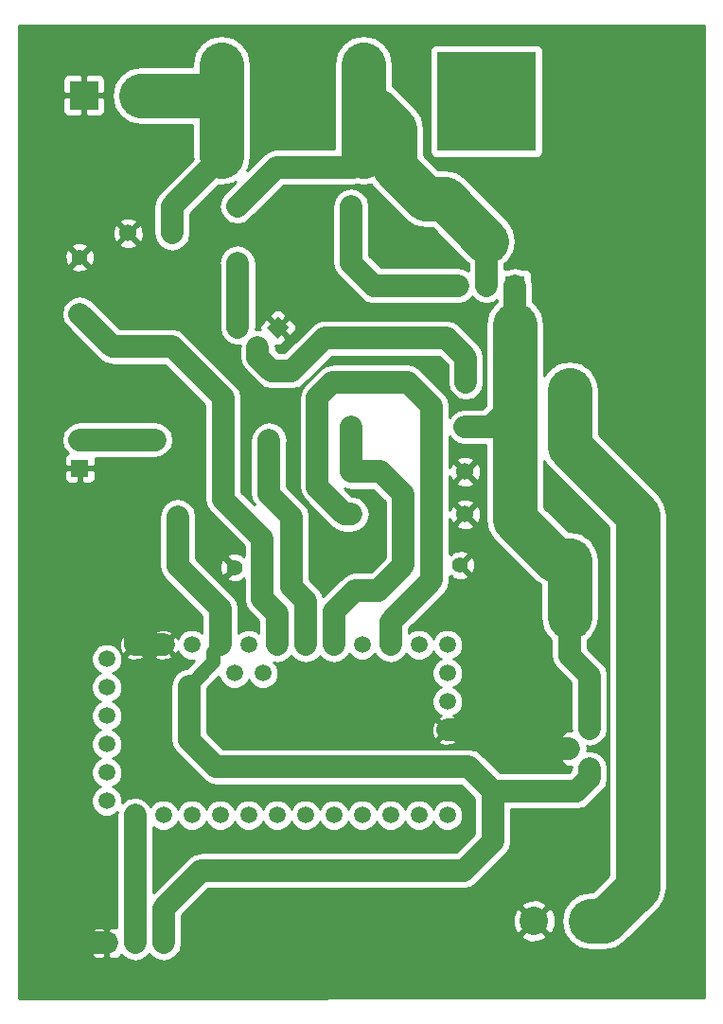
<source format=gbl>
G04 (created by PCBNEW (2013-jul-07)-stable) date Fr 21 Okt 2016 21:42:42 CEST*
%MOIN*%
G04 Gerber Fmt 3.4, Leading zero omitted, Abs format*
%FSLAX34Y34*%
G01*
G70*
G90*
G04 APERTURE LIST*
%ADD10C,0.00393701*%
%ADD11C,0.055*%
%ADD12R,0.07X0.07*%
%ADD13C,0.07*%
%ADD14R,0.35X0.35*%
%ADD15R,0.06X0.06*%
%ADD16C,0.06*%
%ADD17R,0.1X0.1*%
%ADD18C,0.1*%
%ADD19C,0.0590551*%
%ADD20C,0.15*%
%ADD21C,0.035*%
%ADD22C,0.0787402*%
%ADD23C,0.15748*%
%ADD24C,0.0511811*%
%ADD25C,0.01*%
G04 APERTURE END LIST*
G54D10*
G36*
X14271Y-16550D02*
X13882Y-16938D01*
X13493Y-16550D01*
X13882Y-16161D01*
X14271Y-16550D01*
X14271Y-16550D01*
G37*
G54D11*
X13175Y-17257D03*
X12467Y-16550D03*
G54D12*
X22225Y-15075D03*
G54D13*
X20225Y-15075D03*
X21225Y-15075D03*
G54D14*
X21225Y-8575D03*
G54D15*
X7850Y-38225D03*
G54D16*
X8850Y-38225D03*
X9850Y-38225D03*
G54D15*
X6900Y-21500D03*
G54D16*
X6900Y-20500D03*
G54D11*
X24850Y-30667D03*
G54D10*
G36*
X24142Y-31763D02*
X23753Y-31375D01*
X24142Y-30986D01*
X24531Y-31375D01*
X24142Y-31763D01*
X24142Y-31763D01*
G37*
G54D11*
X24850Y-32082D03*
G54D13*
X11900Y-10525D03*
G54D12*
X16900Y-10525D03*
G54D13*
X11900Y-8875D03*
G54D12*
X16900Y-8875D03*
G54D13*
X11900Y-7275D03*
G54D12*
X16900Y-7275D03*
G54D11*
X6900Y-16075D03*
X6900Y-14075D03*
X18300Y-24925D03*
X20300Y-24925D03*
X14350Y-25000D03*
X12350Y-25000D03*
G54D17*
X24900Y-37450D03*
G54D18*
X22900Y-37450D03*
G54D17*
X7050Y-8375D03*
G54D18*
X9050Y-8375D03*
G54D19*
X19850Y-30725D03*
X19850Y-29725D03*
X19850Y-28725D03*
X19850Y-27725D03*
X18850Y-27725D03*
X17850Y-27725D03*
X16850Y-27725D03*
X15850Y-27725D03*
X14850Y-27725D03*
X13850Y-27725D03*
X12850Y-27725D03*
X11850Y-27725D03*
X10850Y-27725D03*
X9850Y-27725D03*
X8850Y-27725D03*
X7850Y-28225D03*
X7850Y-29225D03*
X7850Y-30225D03*
X7850Y-31225D03*
X7850Y-32225D03*
X7850Y-33225D03*
X8850Y-33725D03*
X9850Y-33725D03*
X10850Y-33725D03*
X11850Y-33725D03*
X12850Y-33725D03*
X13850Y-33725D03*
X14850Y-33725D03*
X15850Y-33725D03*
X16850Y-33725D03*
X17850Y-33725D03*
X18850Y-33725D03*
X19850Y-33725D03*
X13350Y-28725D03*
X12350Y-28725D03*
G54D16*
X16475Y-23125D03*
X20475Y-23125D03*
X20475Y-20050D03*
X16475Y-20050D03*
X16475Y-21625D03*
X20475Y-21625D03*
X10150Y-13225D03*
X10150Y-17225D03*
X8600Y-17225D03*
X8600Y-13225D03*
X12450Y-12275D03*
X16450Y-12275D03*
X16450Y-14275D03*
X12450Y-14275D03*
G54D20*
X24150Y-26750D03*
X24150Y-24750D03*
X24150Y-20750D03*
X24150Y-18750D03*
G54D16*
X10350Y-23200D03*
X14350Y-23200D03*
X16500Y-18475D03*
X20500Y-18475D03*
G54D21*
X13575Y-20500D03*
X9550Y-20500D03*
G54D22*
X9850Y-27725D02*
X8850Y-27725D01*
X7850Y-38225D02*
X7000Y-38225D01*
X6400Y-37625D02*
X6400Y-27375D01*
X7000Y-38225D02*
X6400Y-37625D01*
X8850Y-26625D02*
X8850Y-27725D01*
X6400Y-27375D02*
X7500Y-26275D01*
X7500Y-26275D02*
X8500Y-26275D01*
X8500Y-26275D02*
X8850Y-26625D01*
X24142Y-31375D02*
X21800Y-31375D01*
X21800Y-31375D02*
X21150Y-30725D01*
X21150Y-30725D02*
X19850Y-30725D01*
X22225Y-15075D02*
X22225Y-16450D01*
G54D23*
X22225Y-16450D02*
X22225Y-19175D01*
G54D22*
X24850Y-30667D02*
X24850Y-28800D01*
X24150Y-28100D02*
X24150Y-26750D01*
X24850Y-28800D02*
X24150Y-28100D01*
G54D23*
X24150Y-26750D02*
X24150Y-24750D01*
G54D22*
X24150Y-24750D02*
X23675Y-24750D01*
G54D23*
X22225Y-23300D02*
X22225Y-19175D01*
X23675Y-24750D02*
X22225Y-23300D01*
G54D22*
X20475Y-20050D02*
X21350Y-20050D01*
X21350Y-20050D02*
X22225Y-19175D01*
G54D23*
X24150Y-20750D02*
X24150Y-18750D01*
X24900Y-37450D02*
X25375Y-37450D01*
X26550Y-23150D02*
X24150Y-20750D01*
X26550Y-36275D02*
X26550Y-23150D01*
X25375Y-37450D02*
X26550Y-36275D01*
G54D22*
X10150Y-13225D02*
X10150Y-12275D01*
X10150Y-12275D02*
X11900Y-10525D01*
G54D23*
X9050Y-8375D02*
X11400Y-8375D01*
G54D22*
X11400Y-8375D02*
X11900Y-8875D01*
G54D23*
X11900Y-8875D02*
X11900Y-10525D01*
X11900Y-7275D02*
X11900Y-8875D01*
G54D22*
X16500Y-18475D02*
X18450Y-18475D01*
X17850Y-26900D02*
X17850Y-27725D01*
X19300Y-25450D02*
X17850Y-26900D01*
X19300Y-19325D02*
X19300Y-25450D01*
X18450Y-18475D02*
X19300Y-19325D01*
X16475Y-23125D02*
X16225Y-23125D01*
X15800Y-18475D02*
X16500Y-18475D01*
X15275Y-19000D02*
X15800Y-18475D01*
X15275Y-22175D02*
X15275Y-19000D01*
X16225Y-23125D02*
X15275Y-22175D01*
X8850Y-38225D02*
X8850Y-33725D01*
X12450Y-12275D02*
X13825Y-10900D01*
X16525Y-10900D02*
X16900Y-10525D01*
X13825Y-10900D02*
X16525Y-10900D01*
X21225Y-15075D02*
X21225Y-13500D01*
G54D23*
X17325Y-8875D02*
X16900Y-8875D01*
X18000Y-9550D02*
X17325Y-8875D01*
X18000Y-10925D02*
X18000Y-9550D01*
X19100Y-12025D02*
X18000Y-10925D01*
X19750Y-12025D02*
X19100Y-12025D01*
X21225Y-13500D02*
X19750Y-12025D01*
X16900Y-8875D02*
X16900Y-10525D01*
X16900Y-7275D02*
X16900Y-8875D01*
G54D22*
X18300Y-24925D02*
X17425Y-25800D01*
X15850Y-26550D02*
X15850Y-27725D01*
X16600Y-25800D02*
X15850Y-26550D01*
X17425Y-25800D02*
X16600Y-25800D01*
X16475Y-21625D02*
X17500Y-21625D01*
X18300Y-22425D02*
X18300Y-24925D01*
X17500Y-21625D02*
X18300Y-22425D01*
X16475Y-20050D02*
X16475Y-21625D01*
X14350Y-23200D02*
X14350Y-25000D01*
X14350Y-23200D02*
X13550Y-22400D01*
X13550Y-22400D02*
X13550Y-20525D01*
X13550Y-20525D02*
X13575Y-20500D01*
X9550Y-20500D02*
X6900Y-20500D01*
X14350Y-25000D02*
X14350Y-25675D01*
X14865Y-27725D02*
X14850Y-27725D01*
X14865Y-26190D02*
X14865Y-27725D01*
X14350Y-25675D02*
X14865Y-26190D01*
X16450Y-14275D02*
X16450Y-12275D01*
X20225Y-15075D02*
X17250Y-15075D01*
X17250Y-15075D02*
X16450Y-14275D01*
X10350Y-23200D02*
X10350Y-24950D01*
X10350Y-24950D02*
X11850Y-26450D01*
X11850Y-26450D02*
X11850Y-27725D01*
X9850Y-38225D02*
X9850Y-37000D01*
X21450Y-34650D02*
X21450Y-32875D01*
X20425Y-35675D02*
X21450Y-34650D01*
X11175Y-35675D02*
X20425Y-35675D01*
X9850Y-37000D02*
X11175Y-35675D01*
X24850Y-32082D02*
X24850Y-32425D01*
G54D24*
X11600Y-27975D02*
X11850Y-27725D01*
X11600Y-28325D02*
X11600Y-27975D01*
X10750Y-29175D02*
X11600Y-28325D01*
G54D22*
X10750Y-31075D02*
X10750Y-29175D01*
X11700Y-32025D02*
X10750Y-31075D01*
X20600Y-32025D02*
X11700Y-32025D01*
X21450Y-32875D02*
X20600Y-32025D01*
X24400Y-32875D02*
X21450Y-32875D01*
X24850Y-32425D02*
X24400Y-32875D01*
X13175Y-17257D02*
X13175Y-17600D01*
X20500Y-17600D02*
X20500Y-18475D01*
X19825Y-16925D02*
X20500Y-17600D01*
X15525Y-16925D02*
X19825Y-16925D01*
X14375Y-18075D02*
X15525Y-16925D01*
X13650Y-18075D02*
X14375Y-18075D01*
X13175Y-17600D02*
X13650Y-18075D01*
X13850Y-27725D02*
X13850Y-26625D01*
X11950Y-19025D02*
X10150Y-17225D01*
X11950Y-22600D02*
X11950Y-19025D01*
X13325Y-23975D02*
X11950Y-22600D01*
X13325Y-26100D02*
X13325Y-23975D01*
X13850Y-26625D02*
X13325Y-26100D01*
X8600Y-17225D02*
X10150Y-17225D01*
X8600Y-17225D02*
X8050Y-17225D01*
X8050Y-17225D02*
X6900Y-16075D01*
X12467Y-16550D02*
X12467Y-14292D01*
X12467Y-14292D02*
X12450Y-14275D01*
G54D10*
G36*
X24222Y-30748D02*
X24192Y-30736D01*
X24092Y-30736D01*
X24001Y-30774D01*
X23851Y-30924D01*
X23851Y-31012D01*
X24142Y-31304D01*
X24148Y-31298D01*
X24219Y-31369D01*
X24213Y-31375D01*
X24219Y-31380D01*
X24148Y-31451D01*
X24142Y-31445D01*
X24072Y-31516D01*
X24072Y-31375D01*
X23780Y-31083D01*
X23692Y-31083D01*
X23542Y-31233D01*
X23504Y-31325D01*
X23503Y-31424D01*
X23541Y-31516D01*
X23612Y-31586D01*
X23692Y-31666D01*
X23780Y-31666D01*
X24072Y-31375D01*
X24072Y-31516D01*
X23851Y-31737D01*
X23851Y-31825D01*
X23931Y-31905D01*
X24001Y-31975D01*
X24093Y-32013D01*
X24192Y-32013D01*
X24222Y-32001D01*
X24206Y-32082D01*
X24206Y-32158D01*
X24133Y-32231D01*
X21716Y-32231D01*
X21055Y-31569D01*
X21029Y-31552D01*
X21029Y-23206D01*
X21029Y-21706D01*
X21018Y-21488D01*
X20956Y-21337D01*
X20860Y-21309D01*
X20790Y-21380D01*
X20790Y-21239D01*
X20762Y-21143D01*
X20556Y-21070D01*
X20338Y-21081D01*
X20187Y-21143D01*
X20159Y-21239D01*
X20475Y-21554D01*
X20790Y-21239D01*
X20790Y-21380D01*
X20545Y-21625D01*
X20860Y-21940D01*
X20956Y-21912D01*
X21029Y-21706D01*
X21029Y-23206D01*
X21018Y-22988D01*
X20956Y-22837D01*
X20860Y-22809D01*
X20790Y-22880D01*
X20790Y-22739D01*
X20790Y-22010D01*
X20475Y-21695D01*
X20159Y-22010D01*
X20187Y-22106D01*
X20393Y-22179D01*
X20611Y-22168D01*
X20762Y-22106D01*
X20790Y-22010D01*
X20790Y-22739D01*
X20762Y-22643D01*
X20556Y-22570D01*
X20338Y-22581D01*
X20187Y-22643D01*
X20159Y-22739D01*
X20475Y-23054D01*
X20790Y-22739D01*
X20790Y-22880D01*
X20545Y-23125D01*
X20860Y-23440D01*
X20956Y-23412D01*
X21029Y-23206D01*
X21029Y-31552D01*
X20846Y-31430D01*
X20829Y-31427D01*
X20829Y-25000D01*
X20818Y-24792D01*
X20790Y-24723D01*
X20790Y-23510D01*
X20475Y-23195D01*
X20159Y-23510D01*
X20187Y-23606D01*
X20393Y-23679D01*
X20611Y-23668D01*
X20762Y-23606D01*
X20790Y-23510D01*
X20790Y-24723D01*
X20760Y-24652D01*
X20667Y-24627D01*
X20597Y-24698D01*
X20370Y-24925D01*
X20667Y-25222D01*
X20760Y-25197D01*
X20829Y-25000D01*
X20829Y-31427D01*
X20600Y-31381D01*
X20599Y-31381D01*
X20597Y-31381D01*
X20400Y-31381D01*
X20400Y-30805D01*
X20389Y-30588D01*
X20327Y-30439D01*
X20232Y-30413D01*
X19920Y-30725D01*
X20232Y-31036D01*
X20327Y-31010D01*
X20400Y-30805D01*
X20400Y-31381D01*
X20161Y-31381D01*
X20161Y-31107D01*
X19850Y-30795D01*
X19779Y-30866D01*
X19779Y-30725D01*
X19467Y-30413D01*
X19372Y-30439D01*
X19299Y-30644D01*
X19310Y-30861D01*
X19372Y-31010D01*
X19467Y-31036D01*
X19779Y-30725D01*
X19779Y-30866D01*
X19538Y-31107D01*
X19564Y-31202D01*
X19769Y-31275D01*
X19986Y-31264D01*
X20135Y-31202D01*
X20161Y-31107D01*
X20161Y-31381D01*
X11966Y-31381D01*
X11393Y-30808D01*
X11393Y-29246D01*
X11805Y-28834D01*
X11887Y-29033D01*
X12040Y-29186D01*
X12241Y-29270D01*
X12457Y-29270D01*
X12658Y-29187D01*
X12811Y-29034D01*
X12849Y-28942D01*
X12887Y-29033D01*
X13040Y-29186D01*
X13241Y-29270D01*
X13457Y-29270D01*
X13658Y-29187D01*
X13811Y-29034D01*
X13895Y-28833D01*
X13895Y-28617D01*
X13812Y-28416D01*
X13743Y-28347D01*
X13850Y-28368D01*
X14096Y-28319D01*
X14305Y-28180D01*
X14350Y-28113D01*
X14394Y-28180D01*
X14603Y-28319D01*
X14850Y-28368D01*
X14865Y-28368D01*
X15112Y-28319D01*
X15320Y-28180D01*
X15357Y-28124D01*
X15394Y-28180D01*
X15603Y-28319D01*
X15850Y-28368D01*
X16096Y-28319D01*
X16305Y-28180D01*
X16396Y-28042D01*
X16540Y-28186D01*
X16741Y-28270D01*
X16957Y-28270D01*
X17158Y-28187D01*
X17303Y-28043D01*
X17394Y-28180D01*
X17603Y-28319D01*
X17850Y-28368D01*
X18096Y-28319D01*
X18305Y-28180D01*
X18396Y-28042D01*
X18540Y-28186D01*
X18741Y-28270D01*
X18957Y-28270D01*
X19158Y-28187D01*
X19311Y-28034D01*
X19349Y-27942D01*
X19387Y-28033D01*
X19540Y-28186D01*
X19632Y-28224D01*
X19541Y-28262D01*
X19388Y-28415D01*
X19304Y-28616D01*
X19304Y-28832D01*
X19387Y-29033D01*
X19540Y-29186D01*
X19632Y-29224D01*
X19541Y-29262D01*
X19388Y-29415D01*
X19304Y-29616D01*
X19304Y-29832D01*
X19387Y-30033D01*
X19540Y-30186D01*
X19625Y-30222D01*
X19564Y-30247D01*
X19538Y-30342D01*
X19850Y-30654D01*
X20161Y-30342D01*
X20135Y-30247D01*
X20069Y-30224D01*
X20158Y-30187D01*
X20311Y-30034D01*
X20395Y-29833D01*
X20395Y-29617D01*
X20312Y-29416D01*
X20159Y-29263D01*
X20067Y-29225D01*
X20158Y-29187D01*
X20311Y-29034D01*
X20395Y-28833D01*
X20395Y-28617D01*
X20312Y-28416D01*
X20159Y-28263D01*
X20067Y-28225D01*
X20158Y-28187D01*
X20311Y-28034D01*
X20395Y-27833D01*
X20395Y-27617D01*
X20312Y-27416D01*
X20159Y-27263D01*
X19958Y-27179D01*
X19742Y-27179D01*
X19541Y-27262D01*
X19388Y-27415D01*
X19350Y-27507D01*
X19312Y-27416D01*
X19159Y-27263D01*
X18958Y-27179D01*
X18742Y-27179D01*
X18541Y-27262D01*
X18493Y-27310D01*
X18493Y-27166D01*
X19755Y-25905D01*
X19755Y-25905D01*
X19755Y-25905D01*
X19894Y-25696D01*
X19894Y-25696D01*
X19943Y-25450D01*
X19943Y-25324D01*
X19957Y-25338D01*
X20002Y-25292D01*
X20027Y-25385D01*
X20224Y-25454D01*
X20432Y-25443D01*
X20572Y-25385D01*
X20597Y-25292D01*
X20300Y-24995D01*
X20294Y-25001D01*
X20223Y-24930D01*
X20229Y-24925D01*
X20223Y-24919D01*
X20294Y-24848D01*
X20300Y-24854D01*
X20597Y-24557D01*
X20572Y-24464D01*
X20375Y-24395D01*
X20167Y-24406D01*
X20027Y-24464D01*
X20002Y-24557D01*
X19957Y-24511D01*
X19943Y-24525D01*
X19943Y-23292D01*
X19993Y-23412D01*
X20089Y-23440D01*
X20404Y-23125D01*
X20089Y-22809D01*
X19993Y-22837D01*
X19943Y-22977D01*
X19943Y-21792D01*
X19993Y-21912D01*
X20089Y-21940D01*
X20404Y-21625D01*
X20089Y-21309D01*
X19993Y-21337D01*
X19943Y-21477D01*
X19943Y-20391D01*
X20019Y-20505D01*
X20228Y-20644D01*
X20475Y-20693D01*
X21187Y-20693D01*
X21187Y-23300D01*
X21266Y-23696D01*
X21491Y-24033D01*
X22941Y-25483D01*
X23112Y-25597D01*
X23112Y-26750D01*
X23149Y-26937D01*
X23149Y-26948D01*
X23153Y-26958D01*
X23191Y-27146D01*
X23297Y-27305D01*
X23301Y-27315D01*
X23309Y-27323D01*
X23416Y-27483D01*
X23506Y-27543D01*
X23506Y-28099D01*
X23506Y-28100D01*
X23555Y-28346D01*
X23694Y-28555D01*
X24206Y-29066D01*
X24206Y-30667D01*
X24222Y-30748D01*
X24222Y-30748D01*
G37*
G54D25*
X24222Y-30748D02*
X24192Y-30736D01*
X24092Y-30736D01*
X24001Y-30774D01*
X23851Y-30924D01*
X23851Y-31012D01*
X24142Y-31304D01*
X24148Y-31298D01*
X24219Y-31369D01*
X24213Y-31375D01*
X24219Y-31380D01*
X24148Y-31451D01*
X24142Y-31445D01*
X24072Y-31516D01*
X24072Y-31375D01*
X23780Y-31083D01*
X23692Y-31083D01*
X23542Y-31233D01*
X23504Y-31325D01*
X23503Y-31424D01*
X23541Y-31516D01*
X23612Y-31586D01*
X23692Y-31666D01*
X23780Y-31666D01*
X24072Y-31375D01*
X24072Y-31516D01*
X23851Y-31737D01*
X23851Y-31825D01*
X23931Y-31905D01*
X24001Y-31975D01*
X24093Y-32013D01*
X24192Y-32013D01*
X24222Y-32001D01*
X24206Y-32082D01*
X24206Y-32158D01*
X24133Y-32231D01*
X21716Y-32231D01*
X21055Y-31569D01*
X21029Y-31552D01*
X21029Y-23206D01*
X21029Y-21706D01*
X21018Y-21488D01*
X20956Y-21337D01*
X20860Y-21309D01*
X20790Y-21380D01*
X20790Y-21239D01*
X20762Y-21143D01*
X20556Y-21070D01*
X20338Y-21081D01*
X20187Y-21143D01*
X20159Y-21239D01*
X20475Y-21554D01*
X20790Y-21239D01*
X20790Y-21380D01*
X20545Y-21625D01*
X20860Y-21940D01*
X20956Y-21912D01*
X21029Y-21706D01*
X21029Y-23206D01*
X21018Y-22988D01*
X20956Y-22837D01*
X20860Y-22809D01*
X20790Y-22880D01*
X20790Y-22739D01*
X20790Y-22010D01*
X20475Y-21695D01*
X20159Y-22010D01*
X20187Y-22106D01*
X20393Y-22179D01*
X20611Y-22168D01*
X20762Y-22106D01*
X20790Y-22010D01*
X20790Y-22739D01*
X20762Y-22643D01*
X20556Y-22570D01*
X20338Y-22581D01*
X20187Y-22643D01*
X20159Y-22739D01*
X20475Y-23054D01*
X20790Y-22739D01*
X20790Y-22880D01*
X20545Y-23125D01*
X20860Y-23440D01*
X20956Y-23412D01*
X21029Y-23206D01*
X21029Y-31552D01*
X20846Y-31430D01*
X20829Y-31427D01*
X20829Y-25000D01*
X20818Y-24792D01*
X20790Y-24723D01*
X20790Y-23510D01*
X20475Y-23195D01*
X20159Y-23510D01*
X20187Y-23606D01*
X20393Y-23679D01*
X20611Y-23668D01*
X20762Y-23606D01*
X20790Y-23510D01*
X20790Y-24723D01*
X20760Y-24652D01*
X20667Y-24627D01*
X20597Y-24698D01*
X20370Y-24925D01*
X20667Y-25222D01*
X20760Y-25197D01*
X20829Y-25000D01*
X20829Y-31427D01*
X20600Y-31381D01*
X20599Y-31381D01*
X20597Y-31381D01*
X20400Y-31381D01*
X20400Y-30805D01*
X20389Y-30588D01*
X20327Y-30439D01*
X20232Y-30413D01*
X19920Y-30725D01*
X20232Y-31036D01*
X20327Y-31010D01*
X20400Y-30805D01*
X20400Y-31381D01*
X20161Y-31381D01*
X20161Y-31107D01*
X19850Y-30795D01*
X19779Y-30866D01*
X19779Y-30725D01*
X19467Y-30413D01*
X19372Y-30439D01*
X19299Y-30644D01*
X19310Y-30861D01*
X19372Y-31010D01*
X19467Y-31036D01*
X19779Y-30725D01*
X19779Y-30866D01*
X19538Y-31107D01*
X19564Y-31202D01*
X19769Y-31275D01*
X19986Y-31264D01*
X20135Y-31202D01*
X20161Y-31107D01*
X20161Y-31381D01*
X11966Y-31381D01*
X11393Y-30808D01*
X11393Y-29246D01*
X11805Y-28834D01*
X11887Y-29033D01*
X12040Y-29186D01*
X12241Y-29270D01*
X12457Y-29270D01*
X12658Y-29187D01*
X12811Y-29034D01*
X12849Y-28942D01*
X12887Y-29033D01*
X13040Y-29186D01*
X13241Y-29270D01*
X13457Y-29270D01*
X13658Y-29187D01*
X13811Y-29034D01*
X13895Y-28833D01*
X13895Y-28617D01*
X13812Y-28416D01*
X13743Y-28347D01*
X13850Y-28368D01*
X14096Y-28319D01*
X14305Y-28180D01*
X14350Y-28113D01*
X14394Y-28180D01*
X14603Y-28319D01*
X14850Y-28368D01*
X14865Y-28368D01*
X15112Y-28319D01*
X15320Y-28180D01*
X15357Y-28124D01*
X15394Y-28180D01*
X15603Y-28319D01*
X15850Y-28368D01*
X16096Y-28319D01*
X16305Y-28180D01*
X16396Y-28042D01*
X16540Y-28186D01*
X16741Y-28270D01*
X16957Y-28270D01*
X17158Y-28187D01*
X17303Y-28043D01*
X17394Y-28180D01*
X17603Y-28319D01*
X17850Y-28368D01*
X18096Y-28319D01*
X18305Y-28180D01*
X18396Y-28042D01*
X18540Y-28186D01*
X18741Y-28270D01*
X18957Y-28270D01*
X19158Y-28187D01*
X19311Y-28034D01*
X19349Y-27942D01*
X19387Y-28033D01*
X19540Y-28186D01*
X19632Y-28224D01*
X19541Y-28262D01*
X19388Y-28415D01*
X19304Y-28616D01*
X19304Y-28832D01*
X19387Y-29033D01*
X19540Y-29186D01*
X19632Y-29224D01*
X19541Y-29262D01*
X19388Y-29415D01*
X19304Y-29616D01*
X19304Y-29832D01*
X19387Y-30033D01*
X19540Y-30186D01*
X19625Y-30222D01*
X19564Y-30247D01*
X19538Y-30342D01*
X19850Y-30654D01*
X20161Y-30342D01*
X20135Y-30247D01*
X20069Y-30224D01*
X20158Y-30187D01*
X20311Y-30034D01*
X20395Y-29833D01*
X20395Y-29617D01*
X20312Y-29416D01*
X20159Y-29263D01*
X20067Y-29225D01*
X20158Y-29187D01*
X20311Y-29034D01*
X20395Y-28833D01*
X20395Y-28617D01*
X20312Y-28416D01*
X20159Y-28263D01*
X20067Y-28225D01*
X20158Y-28187D01*
X20311Y-28034D01*
X20395Y-27833D01*
X20395Y-27617D01*
X20312Y-27416D01*
X20159Y-27263D01*
X19958Y-27179D01*
X19742Y-27179D01*
X19541Y-27262D01*
X19388Y-27415D01*
X19350Y-27507D01*
X19312Y-27416D01*
X19159Y-27263D01*
X18958Y-27179D01*
X18742Y-27179D01*
X18541Y-27262D01*
X18493Y-27310D01*
X18493Y-27166D01*
X19755Y-25905D01*
X19755Y-25905D01*
X19755Y-25905D01*
X19894Y-25696D01*
X19894Y-25696D01*
X19943Y-25450D01*
X19943Y-25324D01*
X19957Y-25338D01*
X20002Y-25292D01*
X20027Y-25385D01*
X20224Y-25454D01*
X20432Y-25443D01*
X20572Y-25385D01*
X20597Y-25292D01*
X20300Y-24995D01*
X20294Y-25001D01*
X20223Y-24930D01*
X20229Y-24925D01*
X20223Y-24919D01*
X20294Y-24848D01*
X20300Y-24854D01*
X20597Y-24557D01*
X20572Y-24464D01*
X20375Y-24395D01*
X20167Y-24406D01*
X20027Y-24464D01*
X20002Y-24557D01*
X19957Y-24511D01*
X19943Y-24525D01*
X19943Y-23292D01*
X19993Y-23412D01*
X20089Y-23440D01*
X20404Y-23125D01*
X20089Y-22809D01*
X19993Y-22837D01*
X19943Y-22977D01*
X19943Y-21792D01*
X19993Y-21912D01*
X20089Y-21940D01*
X20404Y-21625D01*
X20089Y-21309D01*
X19993Y-21337D01*
X19943Y-21477D01*
X19943Y-20391D01*
X20019Y-20505D01*
X20228Y-20644D01*
X20475Y-20693D01*
X21187Y-20693D01*
X21187Y-23300D01*
X21266Y-23696D01*
X21491Y-24033D01*
X22941Y-25483D01*
X23112Y-25597D01*
X23112Y-26750D01*
X23149Y-26937D01*
X23149Y-26948D01*
X23153Y-26958D01*
X23191Y-27146D01*
X23297Y-27305D01*
X23301Y-27315D01*
X23309Y-27323D01*
X23416Y-27483D01*
X23506Y-27543D01*
X23506Y-28099D01*
X23506Y-28100D01*
X23555Y-28346D01*
X23694Y-28555D01*
X24206Y-29066D01*
X24206Y-30667D01*
X24222Y-30748D01*
G54D10*
G36*
X28900Y-40150D02*
X27587Y-40151D01*
X27587Y-36275D01*
X27587Y-23150D01*
X27587Y-23149D01*
X27508Y-22753D01*
X27508Y-22753D01*
X27433Y-22641D01*
X27283Y-22416D01*
X27283Y-22416D01*
X25187Y-20320D01*
X25187Y-18750D01*
X25150Y-18562D01*
X25150Y-18551D01*
X25146Y-18541D01*
X25108Y-18353D01*
X25002Y-18194D01*
X24998Y-18184D01*
X24990Y-18176D01*
X24883Y-18016D01*
X24724Y-17910D01*
X24717Y-17902D01*
X24707Y-17898D01*
X24546Y-17791D01*
X24359Y-17754D01*
X24349Y-17750D01*
X24338Y-17750D01*
X24150Y-17712D01*
X23962Y-17749D01*
X23951Y-17749D01*
X23941Y-17753D01*
X23753Y-17791D01*
X23594Y-17897D01*
X23584Y-17901D01*
X23576Y-17909D01*
X23416Y-18016D01*
X23310Y-18175D01*
X23302Y-18182D01*
X23298Y-18192D01*
X23262Y-18246D01*
X23262Y-16450D01*
X23225Y-16262D01*
X23225Y-10275D01*
X23225Y-6775D01*
X23187Y-6683D01*
X23116Y-6613D01*
X23024Y-6575D01*
X22925Y-6574D01*
X19425Y-6574D01*
X19333Y-6612D01*
X19263Y-6683D01*
X19225Y-6775D01*
X19224Y-6874D01*
X19224Y-10374D01*
X19262Y-10466D01*
X19333Y-10536D01*
X19425Y-10574D01*
X19524Y-10575D01*
X23024Y-10575D01*
X23116Y-10537D01*
X23186Y-10466D01*
X23224Y-10374D01*
X23225Y-10275D01*
X23225Y-16262D01*
X23183Y-16053D01*
X22958Y-15716D01*
X22868Y-15656D01*
X22868Y-15075D01*
X22825Y-14855D01*
X22825Y-14675D01*
X22787Y-14583D01*
X22716Y-14513D01*
X22624Y-14475D01*
X22525Y-14474D01*
X22444Y-14474D01*
X22225Y-14431D01*
X22005Y-14474D01*
X21868Y-14474D01*
X21868Y-14293D01*
X21958Y-14233D01*
X22183Y-13896D01*
X22262Y-13500D01*
X22183Y-13103D01*
X21958Y-12766D01*
X20483Y-11291D01*
X20146Y-11066D01*
X19750Y-10987D01*
X19529Y-10987D01*
X19037Y-10495D01*
X19037Y-9550D01*
X18958Y-9153D01*
X18733Y-8816D01*
X18058Y-8141D01*
X17937Y-8060D01*
X17937Y-7275D01*
X17858Y-6878D01*
X17633Y-6541D01*
X17296Y-6316D01*
X16900Y-6237D01*
X16503Y-6316D01*
X16166Y-6541D01*
X15941Y-6878D01*
X15862Y-7275D01*
X15862Y-8875D01*
X15862Y-10256D01*
X13825Y-10256D01*
X13824Y-10256D01*
X13776Y-10266D01*
X13578Y-10305D01*
X13369Y-10444D01*
X13369Y-10444D01*
X12789Y-11025D01*
X12858Y-10921D01*
X12937Y-10525D01*
X12937Y-8875D01*
X12937Y-7275D01*
X12858Y-6878D01*
X12633Y-6541D01*
X12296Y-6316D01*
X11900Y-6237D01*
X11503Y-6316D01*
X11166Y-6541D01*
X10941Y-6878D01*
X10862Y-7275D01*
X10862Y-7337D01*
X9050Y-7337D01*
X8653Y-7416D01*
X8316Y-7641D01*
X8091Y-7978D01*
X8012Y-8375D01*
X8091Y-8771D01*
X8316Y-9108D01*
X8653Y-9333D01*
X9050Y-9412D01*
X10862Y-9412D01*
X10862Y-10525D01*
X10883Y-10630D01*
X9694Y-11819D01*
X9555Y-12028D01*
X9506Y-12275D01*
X9506Y-12275D01*
X9506Y-13225D01*
X9555Y-13471D01*
X9694Y-13680D01*
X9903Y-13819D01*
X10150Y-13868D01*
X10396Y-13819D01*
X10605Y-13680D01*
X10744Y-13471D01*
X10793Y-13225D01*
X10793Y-12541D01*
X11794Y-11541D01*
X11900Y-11562D01*
X12296Y-11483D01*
X12400Y-11414D01*
X11994Y-11819D01*
X11855Y-12028D01*
X11806Y-12275D01*
X11855Y-12521D01*
X11994Y-12730D01*
X12203Y-12869D01*
X12450Y-12918D01*
X12696Y-12869D01*
X12905Y-12730D01*
X14091Y-11543D01*
X16524Y-11543D01*
X16525Y-11543D01*
X16525Y-11543D01*
X16665Y-11515D01*
X16665Y-11515D01*
X16900Y-11562D01*
X17166Y-11509D01*
X17266Y-11658D01*
X18366Y-12758D01*
X18366Y-12758D01*
X18591Y-12908D01*
X18703Y-12983D01*
X18703Y-12983D01*
X19100Y-13062D01*
X19320Y-13062D01*
X20491Y-14233D01*
X20581Y-14293D01*
X20581Y-14553D01*
X20471Y-14480D01*
X20225Y-14431D01*
X17516Y-14431D01*
X17093Y-14008D01*
X17093Y-12275D01*
X17044Y-12028D01*
X16905Y-11819D01*
X16696Y-11680D01*
X16450Y-11631D01*
X16203Y-11680D01*
X15994Y-11819D01*
X15855Y-12028D01*
X15806Y-12275D01*
X15806Y-14274D01*
X15806Y-14275D01*
X15855Y-14521D01*
X15994Y-14730D01*
X16794Y-15530D01*
X16794Y-15530D01*
X17003Y-15669D01*
X17003Y-15669D01*
X17201Y-15708D01*
X17249Y-15718D01*
X17249Y-15718D01*
X17250Y-15718D01*
X20225Y-15718D01*
X20471Y-15669D01*
X20680Y-15530D01*
X20725Y-15463D01*
X20769Y-15530D01*
X20978Y-15669D01*
X21225Y-15718D01*
X21471Y-15669D01*
X21581Y-15596D01*
X21581Y-15656D01*
X21491Y-15716D01*
X21266Y-16053D01*
X21187Y-16450D01*
X21187Y-19175D01*
X21187Y-19302D01*
X21143Y-19345D01*
X21143Y-18475D01*
X21143Y-17600D01*
X21094Y-17353D01*
X21094Y-17353D01*
X21038Y-17270D01*
X20955Y-17144D01*
X20955Y-17144D01*
X20280Y-16469D01*
X20071Y-16330D01*
X19825Y-16281D01*
X19824Y-16281D01*
X15525Y-16281D01*
X15524Y-16281D01*
X15476Y-16291D01*
X15278Y-16330D01*
X15069Y-16469D01*
X15069Y-16469D01*
X14521Y-17018D01*
X14521Y-16599D01*
X14520Y-16500D01*
X14482Y-16408D01*
X14332Y-16258D01*
X14244Y-16258D01*
X14173Y-16329D01*
X14173Y-16187D01*
X14173Y-16099D01*
X14023Y-15949D01*
X13932Y-15911D01*
X13832Y-15911D01*
X13740Y-15949D01*
X13670Y-16019D01*
X13590Y-16099D01*
X13590Y-16187D01*
X13882Y-16479D01*
X14173Y-16187D01*
X14173Y-16329D01*
X13952Y-16550D01*
X14244Y-16841D01*
X14332Y-16841D01*
X14412Y-16761D01*
X14483Y-16691D01*
X14521Y-16599D01*
X14521Y-17018D01*
X14108Y-17431D01*
X13916Y-17431D01*
X13818Y-17333D01*
X13818Y-17257D01*
X13802Y-17176D01*
X13832Y-17188D01*
X13931Y-17188D01*
X14023Y-17150D01*
X14093Y-17080D01*
X14173Y-17000D01*
X14173Y-16912D01*
X13882Y-16620D01*
X13876Y-16626D01*
X13805Y-16555D01*
X13811Y-16550D01*
X13519Y-16258D01*
X13431Y-16258D01*
X13351Y-16338D01*
X13281Y-16408D01*
X13243Y-16500D01*
X13243Y-16599D01*
X13255Y-16629D01*
X13175Y-16613D01*
X13095Y-16629D01*
X13111Y-16550D01*
X13111Y-14292D01*
X13062Y-14046D01*
X13062Y-14046D01*
X12923Y-13837D01*
X12923Y-13837D01*
X12905Y-13819D01*
X12696Y-13680D01*
X12450Y-13631D01*
X12203Y-13680D01*
X11994Y-13819D01*
X11855Y-14028D01*
X11806Y-14275D01*
X11824Y-14364D01*
X11824Y-16550D01*
X11873Y-16796D01*
X12012Y-17005D01*
X12221Y-17144D01*
X12467Y-17193D01*
X12547Y-17177D01*
X12531Y-17257D01*
X12531Y-17599D01*
X12531Y-17600D01*
X12580Y-17846D01*
X12719Y-18055D01*
X13194Y-18530D01*
X13194Y-18530D01*
X13403Y-18669D01*
X13403Y-18669D01*
X13650Y-18718D01*
X14374Y-18718D01*
X14375Y-18718D01*
X14375Y-18718D01*
X14621Y-18669D01*
X14621Y-18669D01*
X14830Y-18530D01*
X15791Y-17568D01*
X19558Y-17568D01*
X19856Y-17866D01*
X19856Y-18475D01*
X19905Y-18721D01*
X20044Y-18930D01*
X20253Y-19069D01*
X20500Y-19118D01*
X20746Y-19069D01*
X20955Y-18930D01*
X21094Y-18721D01*
X21143Y-18475D01*
X21143Y-19345D01*
X21083Y-19406D01*
X20475Y-19406D01*
X20228Y-19455D01*
X20019Y-19594D01*
X19943Y-19708D01*
X19943Y-19325D01*
X19943Y-19325D01*
X19943Y-19325D01*
X19894Y-19078D01*
X19894Y-19078D01*
X19755Y-18869D01*
X18905Y-18019D01*
X18696Y-17880D01*
X18450Y-17831D01*
X18449Y-17831D01*
X16500Y-17831D01*
X15800Y-17831D01*
X15799Y-17831D01*
X15751Y-17841D01*
X15553Y-17880D01*
X15344Y-18019D01*
X15344Y-18019D01*
X14819Y-18544D01*
X14680Y-18753D01*
X14631Y-19000D01*
X14631Y-19000D01*
X14631Y-22174D01*
X14631Y-22175D01*
X14680Y-22421D01*
X14819Y-22630D01*
X15769Y-23580D01*
X15769Y-23580D01*
X15978Y-23719D01*
X15978Y-23719D01*
X16225Y-23768D01*
X16475Y-23768D01*
X16721Y-23719D01*
X16930Y-23580D01*
X17069Y-23371D01*
X17118Y-23125D01*
X17069Y-22878D01*
X16930Y-22669D01*
X16721Y-22530D01*
X16495Y-22485D01*
X16230Y-22220D01*
X16475Y-22268D01*
X17233Y-22268D01*
X17656Y-22691D01*
X17656Y-24658D01*
X17158Y-25156D01*
X16600Y-25156D01*
X16599Y-25156D01*
X16551Y-25166D01*
X16353Y-25205D01*
X16144Y-25344D01*
X16144Y-25344D01*
X15474Y-26015D01*
X15460Y-25944D01*
X15460Y-25944D01*
X15320Y-25735D01*
X15320Y-25735D01*
X14993Y-25408D01*
X14993Y-25000D01*
X14993Y-23200D01*
X14993Y-23199D01*
X14993Y-23199D01*
X14983Y-23151D01*
X14944Y-22953D01*
X14944Y-22953D01*
X14805Y-22744D01*
X14805Y-22744D01*
X14193Y-22133D01*
X14193Y-20625D01*
X14218Y-20500D01*
X14169Y-20253D01*
X14030Y-20044D01*
X13821Y-19905D01*
X13575Y-19856D01*
X13328Y-19905D01*
X13119Y-20044D01*
X13094Y-20069D01*
X12955Y-20278D01*
X12906Y-20525D01*
X12906Y-20525D01*
X12906Y-22399D01*
X12906Y-22400D01*
X12955Y-22646D01*
X13053Y-22792D01*
X12593Y-22333D01*
X12593Y-19025D01*
X12544Y-18778D01*
X12544Y-18778D01*
X12405Y-18569D01*
X12405Y-18569D01*
X10605Y-16769D01*
X10396Y-16630D01*
X10150Y-16581D01*
X10149Y-16581D01*
X9154Y-16581D01*
X9154Y-13306D01*
X9143Y-13088D01*
X9081Y-12937D01*
X8985Y-12909D01*
X8915Y-12980D01*
X8915Y-12839D01*
X8887Y-12743D01*
X8681Y-12670D01*
X8463Y-12681D01*
X8312Y-12743D01*
X8284Y-12839D01*
X8600Y-13154D01*
X8915Y-12839D01*
X8915Y-12980D01*
X8670Y-13225D01*
X8985Y-13540D01*
X9081Y-13512D01*
X9154Y-13306D01*
X9154Y-16581D01*
X8915Y-16581D01*
X8915Y-13610D01*
X8600Y-13295D01*
X8529Y-13366D01*
X8529Y-13225D01*
X8214Y-12909D01*
X8118Y-12937D01*
X8045Y-13143D01*
X8056Y-13361D01*
X8118Y-13512D01*
X8214Y-13540D01*
X8529Y-13225D01*
X8529Y-13366D01*
X8284Y-13610D01*
X8312Y-13706D01*
X8518Y-13779D01*
X8736Y-13768D01*
X8887Y-13706D01*
X8915Y-13610D01*
X8915Y-16581D01*
X8600Y-16581D01*
X8316Y-16581D01*
X7800Y-16064D01*
X7800Y-8825D01*
X7800Y-7924D01*
X7799Y-7825D01*
X7761Y-7733D01*
X7691Y-7662D01*
X7599Y-7624D01*
X7162Y-7625D01*
X7100Y-7687D01*
X7100Y-8325D01*
X7737Y-8325D01*
X7800Y-8262D01*
X7800Y-7924D01*
X7800Y-8825D01*
X7800Y-8487D01*
X7737Y-8425D01*
X7100Y-8425D01*
X7100Y-9062D01*
X7162Y-9125D01*
X7599Y-9125D01*
X7691Y-9087D01*
X7761Y-9016D01*
X7799Y-8924D01*
X7800Y-8825D01*
X7800Y-16064D01*
X7429Y-15694D01*
X7429Y-14150D01*
X7418Y-13942D01*
X7360Y-13802D01*
X7267Y-13777D01*
X7197Y-13848D01*
X7197Y-13707D01*
X7172Y-13614D01*
X7000Y-13553D01*
X7000Y-9062D01*
X7000Y-8425D01*
X7000Y-8325D01*
X7000Y-7687D01*
X6937Y-7625D01*
X6500Y-7624D01*
X6408Y-7662D01*
X6338Y-7733D01*
X6300Y-7825D01*
X6299Y-7924D01*
X6300Y-8262D01*
X6362Y-8325D01*
X7000Y-8325D01*
X7000Y-8425D01*
X6362Y-8425D01*
X6300Y-8487D01*
X6299Y-8825D01*
X6300Y-8924D01*
X6338Y-9016D01*
X6408Y-9087D01*
X6500Y-9125D01*
X6937Y-9125D01*
X7000Y-9062D01*
X7000Y-13553D01*
X6975Y-13545D01*
X6767Y-13556D01*
X6627Y-13614D01*
X6602Y-13707D01*
X6900Y-14004D01*
X7197Y-13707D01*
X7197Y-13848D01*
X6970Y-14075D01*
X7267Y-14372D01*
X7360Y-14347D01*
X7429Y-14150D01*
X7429Y-15694D01*
X7355Y-15619D01*
X7197Y-15514D01*
X7197Y-14442D01*
X6900Y-14145D01*
X6829Y-14216D01*
X6829Y-14075D01*
X6532Y-13777D01*
X6439Y-13802D01*
X6370Y-13999D01*
X6381Y-14207D01*
X6439Y-14347D01*
X6532Y-14372D01*
X6829Y-14075D01*
X6829Y-14216D01*
X6602Y-14442D01*
X6627Y-14535D01*
X6824Y-14604D01*
X7032Y-14593D01*
X7172Y-14535D01*
X7197Y-14442D01*
X7197Y-15514D01*
X7146Y-15480D01*
X6900Y-15431D01*
X6653Y-15480D01*
X6444Y-15619D01*
X6305Y-15828D01*
X6256Y-16075D01*
X6305Y-16321D01*
X6444Y-16530D01*
X7594Y-17680D01*
X7594Y-17680D01*
X7803Y-17819D01*
X7803Y-17819D01*
X8001Y-17858D01*
X8049Y-17868D01*
X8049Y-17868D01*
X8050Y-17868D01*
X8600Y-17868D01*
X9883Y-17868D01*
X11306Y-19291D01*
X11306Y-22599D01*
X11306Y-22600D01*
X11355Y-22846D01*
X11494Y-23055D01*
X12681Y-24241D01*
X12681Y-24597D01*
X12647Y-24632D01*
X12622Y-24539D01*
X12425Y-24470D01*
X12217Y-24481D01*
X12077Y-24539D01*
X12052Y-24632D01*
X12350Y-24929D01*
X12355Y-24923D01*
X12426Y-24994D01*
X12420Y-25000D01*
X12426Y-25005D01*
X12355Y-25076D01*
X12350Y-25070D01*
X12279Y-25141D01*
X12279Y-25000D01*
X11982Y-24702D01*
X11889Y-24727D01*
X11820Y-24924D01*
X11831Y-25132D01*
X11889Y-25272D01*
X11982Y-25297D01*
X12279Y-25000D01*
X12279Y-25141D01*
X12052Y-25367D01*
X12077Y-25460D01*
X12274Y-25529D01*
X12482Y-25518D01*
X12622Y-25460D01*
X12647Y-25367D01*
X12647Y-25367D01*
X12681Y-25402D01*
X12681Y-26099D01*
X12681Y-26100D01*
X12730Y-26346D01*
X12869Y-26555D01*
X13206Y-26891D01*
X13206Y-27310D01*
X13159Y-27263D01*
X12958Y-27179D01*
X12742Y-27179D01*
X12647Y-27218D01*
X12541Y-27262D01*
X12493Y-27310D01*
X12493Y-26450D01*
X12444Y-26203D01*
X12444Y-26203D01*
X12305Y-25994D01*
X12305Y-25994D01*
X10993Y-24683D01*
X10993Y-23200D01*
X10944Y-22953D01*
X10805Y-22744D01*
X10596Y-22605D01*
X10350Y-22556D01*
X10193Y-22587D01*
X10193Y-20500D01*
X10144Y-20253D01*
X10005Y-20044D01*
X9796Y-19905D01*
X9550Y-19856D01*
X6900Y-19856D01*
X6653Y-19905D01*
X6444Y-20044D01*
X6305Y-20253D01*
X6256Y-20500D01*
X6305Y-20746D01*
X6444Y-20955D01*
X6480Y-20978D01*
X6458Y-20988D01*
X6387Y-21058D01*
X6349Y-21150D01*
X6350Y-21387D01*
X6412Y-21450D01*
X6850Y-21450D01*
X6850Y-21442D01*
X6950Y-21442D01*
X6950Y-21450D01*
X7387Y-21450D01*
X7450Y-21387D01*
X7450Y-21150D01*
X7447Y-21143D01*
X9550Y-21143D01*
X9796Y-21094D01*
X10005Y-20955D01*
X10144Y-20746D01*
X10193Y-20500D01*
X10193Y-22587D01*
X10103Y-22605D01*
X9894Y-22744D01*
X9755Y-22953D01*
X9706Y-23200D01*
X9706Y-24949D01*
X9706Y-24950D01*
X9755Y-25196D01*
X9894Y-25405D01*
X11206Y-26716D01*
X11206Y-27310D01*
X11159Y-27263D01*
X10958Y-27179D01*
X10742Y-27179D01*
X10541Y-27262D01*
X10388Y-27415D01*
X10352Y-27500D01*
X10327Y-27439D01*
X10232Y-27413D01*
X10161Y-27483D01*
X10161Y-27342D01*
X10135Y-27247D01*
X9930Y-27174D01*
X9713Y-27185D01*
X9564Y-27247D01*
X9538Y-27342D01*
X9850Y-27654D01*
X10161Y-27342D01*
X10161Y-27483D01*
X9920Y-27725D01*
X10232Y-28036D01*
X10327Y-28010D01*
X10350Y-27944D01*
X10387Y-28033D01*
X10540Y-28186D01*
X10741Y-28270D01*
X10939Y-28270D01*
X10660Y-28549D01*
X10503Y-28580D01*
X10294Y-28719D01*
X10161Y-28918D01*
X10161Y-28107D01*
X9850Y-27795D01*
X9779Y-27866D01*
X9779Y-27725D01*
X9467Y-27413D01*
X9372Y-27439D01*
X9351Y-27498D01*
X9327Y-27439D01*
X9232Y-27413D01*
X9161Y-27483D01*
X9161Y-27342D01*
X9135Y-27247D01*
X8930Y-27174D01*
X8713Y-27185D01*
X8564Y-27247D01*
X8538Y-27342D01*
X8850Y-27654D01*
X9161Y-27342D01*
X9161Y-27483D01*
X8920Y-27725D01*
X9232Y-28036D01*
X9327Y-28010D01*
X9348Y-27951D01*
X9372Y-28010D01*
X9467Y-28036D01*
X9779Y-27725D01*
X9779Y-27866D01*
X9538Y-28107D01*
X9564Y-28202D01*
X9769Y-28275D01*
X9986Y-28264D01*
X10135Y-28202D01*
X10161Y-28107D01*
X10161Y-28918D01*
X10155Y-28928D01*
X10106Y-29175D01*
X10106Y-31074D01*
X10106Y-31075D01*
X10155Y-31321D01*
X10294Y-31530D01*
X11244Y-32480D01*
X11244Y-32480D01*
X11453Y-32619D01*
X11453Y-32619D01*
X11700Y-32668D01*
X20333Y-32668D01*
X20806Y-33141D01*
X20806Y-34383D01*
X20158Y-35031D01*
X11175Y-35031D01*
X11174Y-35031D01*
X11126Y-35041D01*
X10928Y-35080D01*
X10719Y-35219D01*
X10719Y-35219D01*
X9493Y-36445D01*
X9493Y-34139D01*
X9540Y-34186D01*
X9741Y-34270D01*
X9957Y-34270D01*
X10158Y-34187D01*
X10311Y-34034D01*
X10349Y-33942D01*
X10387Y-34033D01*
X10540Y-34186D01*
X10741Y-34270D01*
X10957Y-34270D01*
X11158Y-34187D01*
X11311Y-34034D01*
X11349Y-33942D01*
X11387Y-34033D01*
X11540Y-34186D01*
X11741Y-34270D01*
X11957Y-34270D01*
X12158Y-34187D01*
X12311Y-34034D01*
X12349Y-33942D01*
X12387Y-34033D01*
X12540Y-34186D01*
X12741Y-34270D01*
X12957Y-34270D01*
X13158Y-34187D01*
X13311Y-34034D01*
X13349Y-33942D01*
X13387Y-34033D01*
X13540Y-34186D01*
X13741Y-34270D01*
X13957Y-34270D01*
X14158Y-34187D01*
X14311Y-34034D01*
X14349Y-33942D01*
X14387Y-34033D01*
X14540Y-34186D01*
X14741Y-34270D01*
X14957Y-34270D01*
X15158Y-34187D01*
X15311Y-34034D01*
X15349Y-33942D01*
X15387Y-34033D01*
X15540Y-34186D01*
X15741Y-34270D01*
X15957Y-34270D01*
X16158Y-34187D01*
X16311Y-34034D01*
X16349Y-33942D01*
X16387Y-34033D01*
X16540Y-34186D01*
X16741Y-34270D01*
X16957Y-34270D01*
X17158Y-34187D01*
X17311Y-34034D01*
X17349Y-33942D01*
X17387Y-34033D01*
X17540Y-34186D01*
X17741Y-34270D01*
X17957Y-34270D01*
X18158Y-34187D01*
X18311Y-34034D01*
X18349Y-33942D01*
X18387Y-34033D01*
X18540Y-34186D01*
X18741Y-34270D01*
X18957Y-34270D01*
X19158Y-34187D01*
X19311Y-34034D01*
X19349Y-33942D01*
X19387Y-34033D01*
X19540Y-34186D01*
X19741Y-34270D01*
X19957Y-34270D01*
X20158Y-34187D01*
X20311Y-34034D01*
X20395Y-33833D01*
X20395Y-33617D01*
X20312Y-33416D01*
X20159Y-33263D01*
X19958Y-33179D01*
X19742Y-33179D01*
X19541Y-33262D01*
X19388Y-33415D01*
X19350Y-33507D01*
X19312Y-33416D01*
X19159Y-33263D01*
X18958Y-33179D01*
X18742Y-33179D01*
X18541Y-33262D01*
X18388Y-33415D01*
X18350Y-33507D01*
X18312Y-33416D01*
X18159Y-33263D01*
X17958Y-33179D01*
X17742Y-33179D01*
X17541Y-33262D01*
X17388Y-33415D01*
X17350Y-33507D01*
X17312Y-33416D01*
X17159Y-33263D01*
X16958Y-33179D01*
X16742Y-33179D01*
X16541Y-33262D01*
X16388Y-33415D01*
X16350Y-33507D01*
X16312Y-33416D01*
X16159Y-33263D01*
X15958Y-33179D01*
X15742Y-33179D01*
X15541Y-33262D01*
X15388Y-33415D01*
X15350Y-33507D01*
X15312Y-33416D01*
X15159Y-33263D01*
X14958Y-33179D01*
X14742Y-33179D01*
X14541Y-33262D01*
X14388Y-33415D01*
X14350Y-33507D01*
X14312Y-33416D01*
X14159Y-33263D01*
X13958Y-33179D01*
X13742Y-33179D01*
X13541Y-33262D01*
X13388Y-33415D01*
X13350Y-33507D01*
X13312Y-33416D01*
X13159Y-33263D01*
X12958Y-33179D01*
X12742Y-33179D01*
X12541Y-33262D01*
X12388Y-33415D01*
X12350Y-33507D01*
X12312Y-33416D01*
X12159Y-33263D01*
X11958Y-33179D01*
X11742Y-33179D01*
X11541Y-33262D01*
X11388Y-33415D01*
X11350Y-33507D01*
X11312Y-33416D01*
X11159Y-33263D01*
X10958Y-33179D01*
X10742Y-33179D01*
X10541Y-33262D01*
X10388Y-33415D01*
X10350Y-33507D01*
X10312Y-33416D01*
X10159Y-33263D01*
X9958Y-33179D01*
X9742Y-33179D01*
X9541Y-33262D01*
X9396Y-33406D01*
X9305Y-33269D01*
X9161Y-33174D01*
X9161Y-28107D01*
X8850Y-27795D01*
X8779Y-27866D01*
X8779Y-27725D01*
X8467Y-27413D01*
X8372Y-27439D01*
X8299Y-27644D01*
X8310Y-27861D01*
X8372Y-28010D01*
X8467Y-28036D01*
X8779Y-27725D01*
X8779Y-27866D01*
X8538Y-28107D01*
X8564Y-28202D01*
X8769Y-28275D01*
X8986Y-28264D01*
X9135Y-28202D01*
X9161Y-28107D01*
X9161Y-33174D01*
X9096Y-33130D01*
X8850Y-33081D01*
X8603Y-33130D01*
X8395Y-33269D01*
X8395Y-33117D01*
X8312Y-32916D01*
X8159Y-32763D01*
X8067Y-32725D01*
X8158Y-32687D01*
X8311Y-32534D01*
X8395Y-32333D01*
X8395Y-32117D01*
X8312Y-31916D01*
X8159Y-31763D01*
X8067Y-31725D01*
X8158Y-31687D01*
X8311Y-31534D01*
X8395Y-31333D01*
X8395Y-31117D01*
X8312Y-30916D01*
X8159Y-30763D01*
X8067Y-30725D01*
X8158Y-30687D01*
X8311Y-30534D01*
X8395Y-30333D01*
X8395Y-30117D01*
X8312Y-29916D01*
X8159Y-29763D01*
X8067Y-29725D01*
X8158Y-29687D01*
X8311Y-29534D01*
X8395Y-29333D01*
X8395Y-29117D01*
X8312Y-28916D01*
X8159Y-28763D01*
X8067Y-28725D01*
X8158Y-28687D01*
X8311Y-28534D01*
X8395Y-28333D01*
X8395Y-28117D01*
X8312Y-27916D01*
X8159Y-27763D01*
X7958Y-27679D01*
X7742Y-27679D01*
X7541Y-27762D01*
X7450Y-27853D01*
X7450Y-21849D01*
X7450Y-21612D01*
X7387Y-21550D01*
X6950Y-21550D01*
X6950Y-21987D01*
X7012Y-22050D01*
X7150Y-22050D01*
X7249Y-22049D01*
X7341Y-22011D01*
X7412Y-21941D01*
X7450Y-21849D01*
X7450Y-27853D01*
X7388Y-27915D01*
X7304Y-28116D01*
X7304Y-28332D01*
X7387Y-28533D01*
X7540Y-28686D01*
X7632Y-28724D01*
X7541Y-28762D01*
X7388Y-28915D01*
X7304Y-29116D01*
X7304Y-29332D01*
X7387Y-29533D01*
X7540Y-29686D01*
X7632Y-29724D01*
X7541Y-29762D01*
X7388Y-29915D01*
X7304Y-30116D01*
X7304Y-30332D01*
X7387Y-30533D01*
X7540Y-30686D01*
X7632Y-30724D01*
X7541Y-30762D01*
X7388Y-30915D01*
X7304Y-31116D01*
X7304Y-31332D01*
X7387Y-31533D01*
X7540Y-31686D01*
X7632Y-31724D01*
X7541Y-31762D01*
X7388Y-31915D01*
X7304Y-32116D01*
X7304Y-32332D01*
X7387Y-32533D01*
X7540Y-32686D01*
X7632Y-32724D01*
X7541Y-32762D01*
X7388Y-32915D01*
X7304Y-33116D01*
X7304Y-33332D01*
X7387Y-33533D01*
X7540Y-33686D01*
X7741Y-33770D01*
X7957Y-33770D01*
X8158Y-33687D01*
X8227Y-33618D01*
X8206Y-33725D01*
X8206Y-37677D01*
X8199Y-37674D01*
X7962Y-37675D01*
X7900Y-37737D01*
X7900Y-38175D01*
X7907Y-38175D01*
X7907Y-38275D01*
X7900Y-38275D01*
X7900Y-38712D01*
X7962Y-38775D01*
X8199Y-38775D01*
X8291Y-38737D01*
X8361Y-38666D01*
X8371Y-38644D01*
X8394Y-38680D01*
X8603Y-38819D01*
X8850Y-38868D01*
X9096Y-38819D01*
X9305Y-38680D01*
X9350Y-38613D01*
X9394Y-38680D01*
X9603Y-38819D01*
X9850Y-38868D01*
X10096Y-38819D01*
X10305Y-38680D01*
X10444Y-38471D01*
X10493Y-38225D01*
X10493Y-37266D01*
X11441Y-36318D01*
X20424Y-36318D01*
X20425Y-36318D01*
X20425Y-36318D01*
X20671Y-36269D01*
X20671Y-36269D01*
X20880Y-36130D01*
X21905Y-35105D01*
X22044Y-34896D01*
X22044Y-34896D01*
X22093Y-34650D01*
X22093Y-34650D01*
X22093Y-34649D01*
X22093Y-33518D01*
X24399Y-33518D01*
X24400Y-33518D01*
X24400Y-33518D01*
X24646Y-33469D01*
X24646Y-33469D01*
X24855Y-33330D01*
X25305Y-32880D01*
X25444Y-32671D01*
X25444Y-32671D01*
X25493Y-32425D01*
X25493Y-32425D01*
X25493Y-32424D01*
X25493Y-32082D01*
X25444Y-31835D01*
X25305Y-31626D01*
X25096Y-31487D01*
X24850Y-31438D01*
X24769Y-31454D01*
X24781Y-31424D01*
X24781Y-31325D01*
X24769Y-31295D01*
X24850Y-31311D01*
X25096Y-31262D01*
X25305Y-31123D01*
X25444Y-30914D01*
X25493Y-30667D01*
X25493Y-28800D01*
X25493Y-28799D01*
X25493Y-28799D01*
X25483Y-28751D01*
X25444Y-28553D01*
X25444Y-28553D01*
X25305Y-28344D01*
X25305Y-28344D01*
X24793Y-27833D01*
X24793Y-27543D01*
X24883Y-27483D01*
X24989Y-27324D01*
X24997Y-27317D01*
X25001Y-27307D01*
X25108Y-27146D01*
X25145Y-26959D01*
X25149Y-26949D01*
X25149Y-26938D01*
X25187Y-26750D01*
X25187Y-24750D01*
X25150Y-24562D01*
X25150Y-24551D01*
X25146Y-24541D01*
X25108Y-24353D01*
X25002Y-24194D01*
X24998Y-24184D01*
X24990Y-24176D01*
X24883Y-24016D01*
X24724Y-23910D01*
X24717Y-23902D01*
X24707Y-23898D01*
X24546Y-23791D01*
X24359Y-23754D01*
X24349Y-23750D01*
X24338Y-23750D01*
X24150Y-23712D01*
X24112Y-23720D01*
X23262Y-22870D01*
X23262Y-21253D01*
X23297Y-21305D01*
X23301Y-21315D01*
X23309Y-21323D01*
X23416Y-21483D01*
X25512Y-23579D01*
X25512Y-35845D01*
X24945Y-36412D01*
X24900Y-36412D01*
X24503Y-36491D01*
X24166Y-36716D01*
X23941Y-37053D01*
X23862Y-37450D01*
X23941Y-37846D01*
X24166Y-38183D01*
X24503Y-38408D01*
X24900Y-38487D01*
X25375Y-38487D01*
X25375Y-38487D01*
X25771Y-38408D01*
X26108Y-38183D01*
X27283Y-37008D01*
X27283Y-37008D01*
X27508Y-36671D01*
X27587Y-36275D01*
X27587Y-36275D01*
X27587Y-40151D01*
X23653Y-40155D01*
X23653Y-37579D01*
X23645Y-37281D01*
X23546Y-37041D01*
X23430Y-36990D01*
X23359Y-37060D01*
X23359Y-36919D01*
X23308Y-36803D01*
X23029Y-36696D01*
X22731Y-36704D01*
X22491Y-36803D01*
X22440Y-36919D01*
X22900Y-37379D01*
X23359Y-36919D01*
X23359Y-37060D01*
X22970Y-37450D01*
X23430Y-37909D01*
X23546Y-37858D01*
X23653Y-37579D01*
X23653Y-40155D01*
X23359Y-40155D01*
X23359Y-37980D01*
X22900Y-37520D01*
X22829Y-37591D01*
X22829Y-37450D01*
X22369Y-36990D01*
X22253Y-37041D01*
X22146Y-37320D01*
X22154Y-37618D01*
X22253Y-37858D01*
X22369Y-37909D01*
X22829Y-37450D01*
X22829Y-37591D01*
X22440Y-37980D01*
X22491Y-38096D01*
X22770Y-38203D01*
X23068Y-38195D01*
X23308Y-38096D01*
X23359Y-37980D01*
X23359Y-40155D01*
X7800Y-40171D01*
X7800Y-38712D01*
X7800Y-38275D01*
X7800Y-38175D01*
X7800Y-37737D01*
X7737Y-37675D01*
X7500Y-37674D01*
X7408Y-37712D01*
X7338Y-37783D01*
X7300Y-37875D01*
X7299Y-37974D01*
X7300Y-38112D01*
X7362Y-38175D01*
X7800Y-38175D01*
X7800Y-38275D01*
X7362Y-38275D01*
X7300Y-38337D01*
X7299Y-38475D01*
X7300Y-38574D01*
X7338Y-38666D01*
X7408Y-38737D01*
X7500Y-38775D01*
X7737Y-38775D01*
X7800Y-38712D01*
X7800Y-40171D01*
X6850Y-40172D01*
X6850Y-21987D01*
X6850Y-21550D01*
X6412Y-21550D01*
X6350Y-21612D01*
X6349Y-21849D01*
X6387Y-21941D01*
X6458Y-22011D01*
X6550Y-22049D01*
X6649Y-22050D01*
X6787Y-22050D01*
X6850Y-21987D01*
X6850Y-40172D01*
X4774Y-40174D01*
X4750Y-5925D01*
X28900Y-5925D01*
X28900Y-40150D01*
X28900Y-40150D01*
G37*
G54D25*
X28900Y-40150D02*
X27587Y-40151D01*
X27587Y-36275D01*
X27587Y-23150D01*
X27587Y-23149D01*
X27508Y-22753D01*
X27508Y-22753D01*
X27433Y-22641D01*
X27283Y-22416D01*
X27283Y-22416D01*
X25187Y-20320D01*
X25187Y-18750D01*
X25150Y-18562D01*
X25150Y-18551D01*
X25146Y-18541D01*
X25108Y-18353D01*
X25002Y-18194D01*
X24998Y-18184D01*
X24990Y-18176D01*
X24883Y-18016D01*
X24724Y-17910D01*
X24717Y-17902D01*
X24707Y-17898D01*
X24546Y-17791D01*
X24359Y-17754D01*
X24349Y-17750D01*
X24338Y-17750D01*
X24150Y-17712D01*
X23962Y-17749D01*
X23951Y-17749D01*
X23941Y-17753D01*
X23753Y-17791D01*
X23594Y-17897D01*
X23584Y-17901D01*
X23576Y-17909D01*
X23416Y-18016D01*
X23310Y-18175D01*
X23302Y-18182D01*
X23298Y-18192D01*
X23262Y-18246D01*
X23262Y-16450D01*
X23225Y-16262D01*
X23225Y-10275D01*
X23225Y-6775D01*
X23187Y-6683D01*
X23116Y-6613D01*
X23024Y-6575D01*
X22925Y-6574D01*
X19425Y-6574D01*
X19333Y-6612D01*
X19263Y-6683D01*
X19225Y-6775D01*
X19224Y-6874D01*
X19224Y-10374D01*
X19262Y-10466D01*
X19333Y-10536D01*
X19425Y-10574D01*
X19524Y-10575D01*
X23024Y-10575D01*
X23116Y-10537D01*
X23186Y-10466D01*
X23224Y-10374D01*
X23225Y-10275D01*
X23225Y-16262D01*
X23183Y-16053D01*
X22958Y-15716D01*
X22868Y-15656D01*
X22868Y-15075D01*
X22825Y-14855D01*
X22825Y-14675D01*
X22787Y-14583D01*
X22716Y-14513D01*
X22624Y-14475D01*
X22525Y-14474D01*
X22444Y-14474D01*
X22225Y-14431D01*
X22005Y-14474D01*
X21868Y-14474D01*
X21868Y-14293D01*
X21958Y-14233D01*
X22183Y-13896D01*
X22262Y-13500D01*
X22183Y-13103D01*
X21958Y-12766D01*
X20483Y-11291D01*
X20146Y-11066D01*
X19750Y-10987D01*
X19529Y-10987D01*
X19037Y-10495D01*
X19037Y-9550D01*
X18958Y-9153D01*
X18733Y-8816D01*
X18058Y-8141D01*
X17937Y-8060D01*
X17937Y-7275D01*
X17858Y-6878D01*
X17633Y-6541D01*
X17296Y-6316D01*
X16900Y-6237D01*
X16503Y-6316D01*
X16166Y-6541D01*
X15941Y-6878D01*
X15862Y-7275D01*
X15862Y-8875D01*
X15862Y-10256D01*
X13825Y-10256D01*
X13824Y-10256D01*
X13776Y-10266D01*
X13578Y-10305D01*
X13369Y-10444D01*
X13369Y-10444D01*
X12789Y-11025D01*
X12858Y-10921D01*
X12937Y-10525D01*
X12937Y-8875D01*
X12937Y-7275D01*
X12858Y-6878D01*
X12633Y-6541D01*
X12296Y-6316D01*
X11900Y-6237D01*
X11503Y-6316D01*
X11166Y-6541D01*
X10941Y-6878D01*
X10862Y-7275D01*
X10862Y-7337D01*
X9050Y-7337D01*
X8653Y-7416D01*
X8316Y-7641D01*
X8091Y-7978D01*
X8012Y-8375D01*
X8091Y-8771D01*
X8316Y-9108D01*
X8653Y-9333D01*
X9050Y-9412D01*
X10862Y-9412D01*
X10862Y-10525D01*
X10883Y-10630D01*
X9694Y-11819D01*
X9555Y-12028D01*
X9506Y-12275D01*
X9506Y-12275D01*
X9506Y-13225D01*
X9555Y-13471D01*
X9694Y-13680D01*
X9903Y-13819D01*
X10150Y-13868D01*
X10396Y-13819D01*
X10605Y-13680D01*
X10744Y-13471D01*
X10793Y-13225D01*
X10793Y-12541D01*
X11794Y-11541D01*
X11900Y-11562D01*
X12296Y-11483D01*
X12400Y-11414D01*
X11994Y-11819D01*
X11855Y-12028D01*
X11806Y-12275D01*
X11855Y-12521D01*
X11994Y-12730D01*
X12203Y-12869D01*
X12450Y-12918D01*
X12696Y-12869D01*
X12905Y-12730D01*
X14091Y-11543D01*
X16524Y-11543D01*
X16525Y-11543D01*
X16525Y-11543D01*
X16665Y-11515D01*
X16665Y-11515D01*
X16900Y-11562D01*
X17166Y-11509D01*
X17266Y-11658D01*
X18366Y-12758D01*
X18366Y-12758D01*
X18591Y-12908D01*
X18703Y-12983D01*
X18703Y-12983D01*
X19100Y-13062D01*
X19320Y-13062D01*
X20491Y-14233D01*
X20581Y-14293D01*
X20581Y-14553D01*
X20471Y-14480D01*
X20225Y-14431D01*
X17516Y-14431D01*
X17093Y-14008D01*
X17093Y-12275D01*
X17044Y-12028D01*
X16905Y-11819D01*
X16696Y-11680D01*
X16450Y-11631D01*
X16203Y-11680D01*
X15994Y-11819D01*
X15855Y-12028D01*
X15806Y-12275D01*
X15806Y-14274D01*
X15806Y-14275D01*
X15855Y-14521D01*
X15994Y-14730D01*
X16794Y-15530D01*
X16794Y-15530D01*
X17003Y-15669D01*
X17003Y-15669D01*
X17201Y-15708D01*
X17249Y-15718D01*
X17249Y-15718D01*
X17250Y-15718D01*
X20225Y-15718D01*
X20471Y-15669D01*
X20680Y-15530D01*
X20725Y-15463D01*
X20769Y-15530D01*
X20978Y-15669D01*
X21225Y-15718D01*
X21471Y-15669D01*
X21581Y-15596D01*
X21581Y-15656D01*
X21491Y-15716D01*
X21266Y-16053D01*
X21187Y-16450D01*
X21187Y-19175D01*
X21187Y-19302D01*
X21143Y-19345D01*
X21143Y-18475D01*
X21143Y-17600D01*
X21094Y-17353D01*
X21094Y-17353D01*
X21038Y-17270D01*
X20955Y-17144D01*
X20955Y-17144D01*
X20280Y-16469D01*
X20071Y-16330D01*
X19825Y-16281D01*
X19824Y-16281D01*
X15525Y-16281D01*
X15524Y-16281D01*
X15476Y-16291D01*
X15278Y-16330D01*
X15069Y-16469D01*
X15069Y-16469D01*
X14521Y-17018D01*
X14521Y-16599D01*
X14520Y-16500D01*
X14482Y-16408D01*
X14332Y-16258D01*
X14244Y-16258D01*
X14173Y-16329D01*
X14173Y-16187D01*
X14173Y-16099D01*
X14023Y-15949D01*
X13932Y-15911D01*
X13832Y-15911D01*
X13740Y-15949D01*
X13670Y-16019D01*
X13590Y-16099D01*
X13590Y-16187D01*
X13882Y-16479D01*
X14173Y-16187D01*
X14173Y-16329D01*
X13952Y-16550D01*
X14244Y-16841D01*
X14332Y-16841D01*
X14412Y-16761D01*
X14483Y-16691D01*
X14521Y-16599D01*
X14521Y-17018D01*
X14108Y-17431D01*
X13916Y-17431D01*
X13818Y-17333D01*
X13818Y-17257D01*
X13802Y-17176D01*
X13832Y-17188D01*
X13931Y-17188D01*
X14023Y-17150D01*
X14093Y-17080D01*
X14173Y-17000D01*
X14173Y-16912D01*
X13882Y-16620D01*
X13876Y-16626D01*
X13805Y-16555D01*
X13811Y-16550D01*
X13519Y-16258D01*
X13431Y-16258D01*
X13351Y-16338D01*
X13281Y-16408D01*
X13243Y-16500D01*
X13243Y-16599D01*
X13255Y-16629D01*
X13175Y-16613D01*
X13095Y-16629D01*
X13111Y-16550D01*
X13111Y-14292D01*
X13062Y-14046D01*
X13062Y-14046D01*
X12923Y-13837D01*
X12923Y-13837D01*
X12905Y-13819D01*
X12696Y-13680D01*
X12450Y-13631D01*
X12203Y-13680D01*
X11994Y-13819D01*
X11855Y-14028D01*
X11806Y-14275D01*
X11824Y-14364D01*
X11824Y-16550D01*
X11873Y-16796D01*
X12012Y-17005D01*
X12221Y-17144D01*
X12467Y-17193D01*
X12547Y-17177D01*
X12531Y-17257D01*
X12531Y-17599D01*
X12531Y-17600D01*
X12580Y-17846D01*
X12719Y-18055D01*
X13194Y-18530D01*
X13194Y-18530D01*
X13403Y-18669D01*
X13403Y-18669D01*
X13650Y-18718D01*
X14374Y-18718D01*
X14375Y-18718D01*
X14375Y-18718D01*
X14621Y-18669D01*
X14621Y-18669D01*
X14830Y-18530D01*
X15791Y-17568D01*
X19558Y-17568D01*
X19856Y-17866D01*
X19856Y-18475D01*
X19905Y-18721D01*
X20044Y-18930D01*
X20253Y-19069D01*
X20500Y-19118D01*
X20746Y-19069D01*
X20955Y-18930D01*
X21094Y-18721D01*
X21143Y-18475D01*
X21143Y-19345D01*
X21083Y-19406D01*
X20475Y-19406D01*
X20228Y-19455D01*
X20019Y-19594D01*
X19943Y-19708D01*
X19943Y-19325D01*
X19943Y-19325D01*
X19943Y-19325D01*
X19894Y-19078D01*
X19894Y-19078D01*
X19755Y-18869D01*
X18905Y-18019D01*
X18696Y-17880D01*
X18450Y-17831D01*
X18449Y-17831D01*
X16500Y-17831D01*
X15800Y-17831D01*
X15799Y-17831D01*
X15751Y-17841D01*
X15553Y-17880D01*
X15344Y-18019D01*
X15344Y-18019D01*
X14819Y-18544D01*
X14680Y-18753D01*
X14631Y-19000D01*
X14631Y-19000D01*
X14631Y-22174D01*
X14631Y-22175D01*
X14680Y-22421D01*
X14819Y-22630D01*
X15769Y-23580D01*
X15769Y-23580D01*
X15978Y-23719D01*
X15978Y-23719D01*
X16225Y-23768D01*
X16475Y-23768D01*
X16721Y-23719D01*
X16930Y-23580D01*
X17069Y-23371D01*
X17118Y-23125D01*
X17069Y-22878D01*
X16930Y-22669D01*
X16721Y-22530D01*
X16495Y-22485D01*
X16230Y-22220D01*
X16475Y-22268D01*
X17233Y-22268D01*
X17656Y-22691D01*
X17656Y-24658D01*
X17158Y-25156D01*
X16600Y-25156D01*
X16599Y-25156D01*
X16551Y-25166D01*
X16353Y-25205D01*
X16144Y-25344D01*
X16144Y-25344D01*
X15474Y-26015D01*
X15460Y-25944D01*
X15460Y-25944D01*
X15320Y-25735D01*
X15320Y-25735D01*
X14993Y-25408D01*
X14993Y-25000D01*
X14993Y-23200D01*
X14993Y-23199D01*
X14993Y-23199D01*
X14983Y-23151D01*
X14944Y-22953D01*
X14944Y-22953D01*
X14805Y-22744D01*
X14805Y-22744D01*
X14193Y-22133D01*
X14193Y-20625D01*
X14218Y-20500D01*
X14169Y-20253D01*
X14030Y-20044D01*
X13821Y-19905D01*
X13575Y-19856D01*
X13328Y-19905D01*
X13119Y-20044D01*
X13094Y-20069D01*
X12955Y-20278D01*
X12906Y-20525D01*
X12906Y-20525D01*
X12906Y-22399D01*
X12906Y-22400D01*
X12955Y-22646D01*
X13053Y-22792D01*
X12593Y-22333D01*
X12593Y-19025D01*
X12544Y-18778D01*
X12544Y-18778D01*
X12405Y-18569D01*
X12405Y-18569D01*
X10605Y-16769D01*
X10396Y-16630D01*
X10150Y-16581D01*
X10149Y-16581D01*
X9154Y-16581D01*
X9154Y-13306D01*
X9143Y-13088D01*
X9081Y-12937D01*
X8985Y-12909D01*
X8915Y-12980D01*
X8915Y-12839D01*
X8887Y-12743D01*
X8681Y-12670D01*
X8463Y-12681D01*
X8312Y-12743D01*
X8284Y-12839D01*
X8600Y-13154D01*
X8915Y-12839D01*
X8915Y-12980D01*
X8670Y-13225D01*
X8985Y-13540D01*
X9081Y-13512D01*
X9154Y-13306D01*
X9154Y-16581D01*
X8915Y-16581D01*
X8915Y-13610D01*
X8600Y-13295D01*
X8529Y-13366D01*
X8529Y-13225D01*
X8214Y-12909D01*
X8118Y-12937D01*
X8045Y-13143D01*
X8056Y-13361D01*
X8118Y-13512D01*
X8214Y-13540D01*
X8529Y-13225D01*
X8529Y-13366D01*
X8284Y-13610D01*
X8312Y-13706D01*
X8518Y-13779D01*
X8736Y-13768D01*
X8887Y-13706D01*
X8915Y-13610D01*
X8915Y-16581D01*
X8600Y-16581D01*
X8316Y-16581D01*
X7800Y-16064D01*
X7800Y-8825D01*
X7800Y-7924D01*
X7799Y-7825D01*
X7761Y-7733D01*
X7691Y-7662D01*
X7599Y-7624D01*
X7162Y-7625D01*
X7100Y-7687D01*
X7100Y-8325D01*
X7737Y-8325D01*
X7800Y-8262D01*
X7800Y-7924D01*
X7800Y-8825D01*
X7800Y-8487D01*
X7737Y-8425D01*
X7100Y-8425D01*
X7100Y-9062D01*
X7162Y-9125D01*
X7599Y-9125D01*
X7691Y-9087D01*
X7761Y-9016D01*
X7799Y-8924D01*
X7800Y-8825D01*
X7800Y-16064D01*
X7429Y-15694D01*
X7429Y-14150D01*
X7418Y-13942D01*
X7360Y-13802D01*
X7267Y-13777D01*
X7197Y-13848D01*
X7197Y-13707D01*
X7172Y-13614D01*
X7000Y-13553D01*
X7000Y-9062D01*
X7000Y-8425D01*
X7000Y-8325D01*
X7000Y-7687D01*
X6937Y-7625D01*
X6500Y-7624D01*
X6408Y-7662D01*
X6338Y-7733D01*
X6300Y-7825D01*
X6299Y-7924D01*
X6300Y-8262D01*
X6362Y-8325D01*
X7000Y-8325D01*
X7000Y-8425D01*
X6362Y-8425D01*
X6300Y-8487D01*
X6299Y-8825D01*
X6300Y-8924D01*
X6338Y-9016D01*
X6408Y-9087D01*
X6500Y-9125D01*
X6937Y-9125D01*
X7000Y-9062D01*
X7000Y-13553D01*
X6975Y-13545D01*
X6767Y-13556D01*
X6627Y-13614D01*
X6602Y-13707D01*
X6900Y-14004D01*
X7197Y-13707D01*
X7197Y-13848D01*
X6970Y-14075D01*
X7267Y-14372D01*
X7360Y-14347D01*
X7429Y-14150D01*
X7429Y-15694D01*
X7355Y-15619D01*
X7197Y-15514D01*
X7197Y-14442D01*
X6900Y-14145D01*
X6829Y-14216D01*
X6829Y-14075D01*
X6532Y-13777D01*
X6439Y-13802D01*
X6370Y-13999D01*
X6381Y-14207D01*
X6439Y-14347D01*
X6532Y-14372D01*
X6829Y-14075D01*
X6829Y-14216D01*
X6602Y-14442D01*
X6627Y-14535D01*
X6824Y-14604D01*
X7032Y-14593D01*
X7172Y-14535D01*
X7197Y-14442D01*
X7197Y-15514D01*
X7146Y-15480D01*
X6900Y-15431D01*
X6653Y-15480D01*
X6444Y-15619D01*
X6305Y-15828D01*
X6256Y-16075D01*
X6305Y-16321D01*
X6444Y-16530D01*
X7594Y-17680D01*
X7594Y-17680D01*
X7803Y-17819D01*
X7803Y-17819D01*
X8001Y-17858D01*
X8049Y-17868D01*
X8049Y-17868D01*
X8050Y-17868D01*
X8600Y-17868D01*
X9883Y-17868D01*
X11306Y-19291D01*
X11306Y-22599D01*
X11306Y-22600D01*
X11355Y-22846D01*
X11494Y-23055D01*
X12681Y-24241D01*
X12681Y-24597D01*
X12647Y-24632D01*
X12622Y-24539D01*
X12425Y-24470D01*
X12217Y-24481D01*
X12077Y-24539D01*
X12052Y-24632D01*
X12350Y-24929D01*
X12355Y-24923D01*
X12426Y-24994D01*
X12420Y-25000D01*
X12426Y-25005D01*
X12355Y-25076D01*
X12350Y-25070D01*
X12279Y-25141D01*
X12279Y-25000D01*
X11982Y-24702D01*
X11889Y-24727D01*
X11820Y-24924D01*
X11831Y-25132D01*
X11889Y-25272D01*
X11982Y-25297D01*
X12279Y-25000D01*
X12279Y-25141D01*
X12052Y-25367D01*
X12077Y-25460D01*
X12274Y-25529D01*
X12482Y-25518D01*
X12622Y-25460D01*
X12647Y-25367D01*
X12647Y-25367D01*
X12681Y-25402D01*
X12681Y-26099D01*
X12681Y-26100D01*
X12730Y-26346D01*
X12869Y-26555D01*
X13206Y-26891D01*
X13206Y-27310D01*
X13159Y-27263D01*
X12958Y-27179D01*
X12742Y-27179D01*
X12647Y-27218D01*
X12541Y-27262D01*
X12493Y-27310D01*
X12493Y-26450D01*
X12444Y-26203D01*
X12444Y-26203D01*
X12305Y-25994D01*
X12305Y-25994D01*
X10993Y-24683D01*
X10993Y-23200D01*
X10944Y-22953D01*
X10805Y-22744D01*
X10596Y-22605D01*
X10350Y-22556D01*
X10193Y-22587D01*
X10193Y-20500D01*
X10144Y-20253D01*
X10005Y-20044D01*
X9796Y-19905D01*
X9550Y-19856D01*
X6900Y-19856D01*
X6653Y-19905D01*
X6444Y-20044D01*
X6305Y-20253D01*
X6256Y-20500D01*
X6305Y-20746D01*
X6444Y-20955D01*
X6480Y-20978D01*
X6458Y-20988D01*
X6387Y-21058D01*
X6349Y-21150D01*
X6350Y-21387D01*
X6412Y-21450D01*
X6850Y-21450D01*
X6850Y-21442D01*
X6950Y-21442D01*
X6950Y-21450D01*
X7387Y-21450D01*
X7450Y-21387D01*
X7450Y-21150D01*
X7447Y-21143D01*
X9550Y-21143D01*
X9796Y-21094D01*
X10005Y-20955D01*
X10144Y-20746D01*
X10193Y-20500D01*
X10193Y-22587D01*
X10103Y-22605D01*
X9894Y-22744D01*
X9755Y-22953D01*
X9706Y-23200D01*
X9706Y-24949D01*
X9706Y-24950D01*
X9755Y-25196D01*
X9894Y-25405D01*
X11206Y-26716D01*
X11206Y-27310D01*
X11159Y-27263D01*
X10958Y-27179D01*
X10742Y-27179D01*
X10541Y-27262D01*
X10388Y-27415D01*
X10352Y-27500D01*
X10327Y-27439D01*
X10232Y-27413D01*
X10161Y-27483D01*
X10161Y-27342D01*
X10135Y-27247D01*
X9930Y-27174D01*
X9713Y-27185D01*
X9564Y-27247D01*
X9538Y-27342D01*
X9850Y-27654D01*
X10161Y-27342D01*
X10161Y-27483D01*
X9920Y-27725D01*
X10232Y-28036D01*
X10327Y-28010D01*
X10350Y-27944D01*
X10387Y-28033D01*
X10540Y-28186D01*
X10741Y-28270D01*
X10939Y-28270D01*
X10660Y-28549D01*
X10503Y-28580D01*
X10294Y-28719D01*
X10161Y-28918D01*
X10161Y-28107D01*
X9850Y-27795D01*
X9779Y-27866D01*
X9779Y-27725D01*
X9467Y-27413D01*
X9372Y-27439D01*
X9351Y-27498D01*
X9327Y-27439D01*
X9232Y-27413D01*
X9161Y-27483D01*
X9161Y-27342D01*
X9135Y-27247D01*
X8930Y-27174D01*
X8713Y-27185D01*
X8564Y-27247D01*
X8538Y-27342D01*
X8850Y-27654D01*
X9161Y-27342D01*
X9161Y-27483D01*
X8920Y-27725D01*
X9232Y-28036D01*
X9327Y-28010D01*
X9348Y-27951D01*
X9372Y-28010D01*
X9467Y-28036D01*
X9779Y-27725D01*
X9779Y-27866D01*
X9538Y-28107D01*
X9564Y-28202D01*
X9769Y-28275D01*
X9986Y-28264D01*
X10135Y-28202D01*
X10161Y-28107D01*
X10161Y-28918D01*
X10155Y-28928D01*
X10106Y-29175D01*
X10106Y-31074D01*
X10106Y-31075D01*
X10155Y-31321D01*
X10294Y-31530D01*
X11244Y-32480D01*
X11244Y-32480D01*
X11453Y-32619D01*
X11453Y-32619D01*
X11700Y-32668D01*
X20333Y-32668D01*
X20806Y-33141D01*
X20806Y-34383D01*
X20158Y-35031D01*
X11175Y-35031D01*
X11174Y-35031D01*
X11126Y-35041D01*
X10928Y-35080D01*
X10719Y-35219D01*
X10719Y-35219D01*
X9493Y-36445D01*
X9493Y-34139D01*
X9540Y-34186D01*
X9741Y-34270D01*
X9957Y-34270D01*
X10158Y-34187D01*
X10311Y-34034D01*
X10349Y-33942D01*
X10387Y-34033D01*
X10540Y-34186D01*
X10741Y-34270D01*
X10957Y-34270D01*
X11158Y-34187D01*
X11311Y-34034D01*
X11349Y-33942D01*
X11387Y-34033D01*
X11540Y-34186D01*
X11741Y-34270D01*
X11957Y-34270D01*
X12158Y-34187D01*
X12311Y-34034D01*
X12349Y-33942D01*
X12387Y-34033D01*
X12540Y-34186D01*
X12741Y-34270D01*
X12957Y-34270D01*
X13158Y-34187D01*
X13311Y-34034D01*
X13349Y-33942D01*
X13387Y-34033D01*
X13540Y-34186D01*
X13741Y-34270D01*
X13957Y-34270D01*
X14158Y-34187D01*
X14311Y-34034D01*
X14349Y-33942D01*
X14387Y-34033D01*
X14540Y-34186D01*
X14741Y-34270D01*
X14957Y-34270D01*
X15158Y-34187D01*
X15311Y-34034D01*
X15349Y-33942D01*
X15387Y-34033D01*
X15540Y-34186D01*
X15741Y-34270D01*
X15957Y-34270D01*
X16158Y-34187D01*
X16311Y-34034D01*
X16349Y-33942D01*
X16387Y-34033D01*
X16540Y-34186D01*
X16741Y-34270D01*
X16957Y-34270D01*
X17158Y-34187D01*
X17311Y-34034D01*
X17349Y-33942D01*
X17387Y-34033D01*
X17540Y-34186D01*
X17741Y-34270D01*
X17957Y-34270D01*
X18158Y-34187D01*
X18311Y-34034D01*
X18349Y-33942D01*
X18387Y-34033D01*
X18540Y-34186D01*
X18741Y-34270D01*
X18957Y-34270D01*
X19158Y-34187D01*
X19311Y-34034D01*
X19349Y-33942D01*
X19387Y-34033D01*
X19540Y-34186D01*
X19741Y-34270D01*
X19957Y-34270D01*
X20158Y-34187D01*
X20311Y-34034D01*
X20395Y-33833D01*
X20395Y-33617D01*
X20312Y-33416D01*
X20159Y-33263D01*
X19958Y-33179D01*
X19742Y-33179D01*
X19541Y-33262D01*
X19388Y-33415D01*
X19350Y-33507D01*
X19312Y-33416D01*
X19159Y-33263D01*
X18958Y-33179D01*
X18742Y-33179D01*
X18541Y-33262D01*
X18388Y-33415D01*
X18350Y-33507D01*
X18312Y-33416D01*
X18159Y-33263D01*
X17958Y-33179D01*
X17742Y-33179D01*
X17541Y-33262D01*
X17388Y-33415D01*
X17350Y-33507D01*
X17312Y-33416D01*
X17159Y-33263D01*
X16958Y-33179D01*
X16742Y-33179D01*
X16541Y-33262D01*
X16388Y-33415D01*
X16350Y-33507D01*
X16312Y-33416D01*
X16159Y-33263D01*
X15958Y-33179D01*
X15742Y-33179D01*
X15541Y-33262D01*
X15388Y-33415D01*
X15350Y-33507D01*
X15312Y-33416D01*
X15159Y-33263D01*
X14958Y-33179D01*
X14742Y-33179D01*
X14541Y-33262D01*
X14388Y-33415D01*
X14350Y-33507D01*
X14312Y-33416D01*
X14159Y-33263D01*
X13958Y-33179D01*
X13742Y-33179D01*
X13541Y-33262D01*
X13388Y-33415D01*
X13350Y-33507D01*
X13312Y-33416D01*
X13159Y-33263D01*
X12958Y-33179D01*
X12742Y-33179D01*
X12541Y-33262D01*
X12388Y-33415D01*
X12350Y-33507D01*
X12312Y-33416D01*
X12159Y-33263D01*
X11958Y-33179D01*
X11742Y-33179D01*
X11541Y-33262D01*
X11388Y-33415D01*
X11350Y-33507D01*
X11312Y-33416D01*
X11159Y-33263D01*
X10958Y-33179D01*
X10742Y-33179D01*
X10541Y-33262D01*
X10388Y-33415D01*
X10350Y-33507D01*
X10312Y-33416D01*
X10159Y-33263D01*
X9958Y-33179D01*
X9742Y-33179D01*
X9541Y-33262D01*
X9396Y-33406D01*
X9305Y-33269D01*
X9161Y-33174D01*
X9161Y-28107D01*
X8850Y-27795D01*
X8779Y-27866D01*
X8779Y-27725D01*
X8467Y-27413D01*
X8372Y-27439D01*
X8299Y-27644D01*
X8310Y-27861D01*
X8372Y-28010D01*
X8467Y-28036D01*
X8779Y-27725D01*
X8779Y-27866D01*
X8538Y-28107D01*
X8564Y-28202D01*
X8769Y-28275D01*
X8986Y-28264D01*
X9135Y-28202D01*
X9161Y-28107D01*
X9161Y-33174D01*
X9096Y-33130D01*
X8850Y-33081D01*
X8603Y-33130D01*
X8395Y-33269D01*
X8395Y-33117D01*
X8312Y-32916D01*
X8159Y-32763D01*
X8067Y-32725D01*
X8158Y-32687D01*
X8311Y-32534D01*
X8395Y-32333D01*
X8395Y-32117D01*
X8312Y-31916D01*
X8159Y-31763D01*
X8067Y-31725D01*
X8158Y-31687D01*
X8311Y-31534D01*
X8395Y-31333D01*
X8395Y-31117D01*
X8312Y-30916D01*
X8159Y-30763D01*
X8067Y-30725D01*
X8158Y-30687D01*
X8311Y-30534D01*
X8395Y-30333D01*
X8395Y-30117D01*
X8312Y-29916D01*
X8159Y-29763D01*
X8067Y-29725D01*
X8158Y-29687D01*
X8311Y-29534D01*
X8395Y-29333D01*
X8395Y-29117D01*
X8312Y-28916D01*
X8159Y-28763D01*
X8067Y-28725D01*
X8158Y-28687D01*
X8311Y-28534D01*
X8395Y-28333D01*
X8395Y-28117D01*
X8312Y-27916D01*
X8159Y-27763D01*
X7958Y-27679D01*
X7742Y-27679D01*
X7541Y-27762D01*
X7450Y-27853D01*
X7450Y-21849D01*
X7450Y-21612D01*
X7387Y-21550D01*
X6950Y-21550D01*
X6950Y-21987D01*
X7012Y-22050D01*
X7150Y-22050D01*
X7249Y-22049D01*
X7341Y-22011D01*
X7412Y-21941D01*
X7450Y-21849D01*
X7450Y-27853D01*
X7388Y-27915D01*
X7304Y-28116D01*
X7304Y-28332D01*
X7387Y-28533D01*
X7540Y-28686D01*
X7632Y-28724D01*
X7541Y-28762D01*
X7388Y-28915D01*
X7304Y-29116D01*
X7304Y-29332D01*
X7387Y-29533D01*
X7540Y-29686D01*
X7632Y-29724D01*
X7541Y-29762D01*
X7388Y-29915D01*
X7304Y-30116D01*
X7304Y-30332D01*
X7387Y-30533D01*
X7540Y-30686D01*
X7632Y-30724D01*
X7541Y-30762D01*
X7388Y-30915D01*
X7304Y-31116D01*
X7304Y-31332D01*
X7387Y-31533D01*
X7540Y-31686D01*
X7632Y-31724D01*
X7541Y-31762D01*
X7388Y-31915D01*
X7304Y-32116D01*
X7304Y-32332D01*
X7387Y-32533D01*
X7540Y-32686D01*
X7632Y-32724D01*
X7541Y-32762D01*
X7388Y-32915D01*
X7304Y-33116D01*
X7304Y-33332D01*
X7387Y-33533D01*
X7540Y-33686D01*
X7741Y-33770D01*
X7957Y-33770D01*
X8158Y-33687D01*
X8227Y-33618D01*
X8206Y-33725D01*
X8206Y-37677D01*
X8199Y-37674D01*
X7962Y-37675D01*
X7900Y-37737D01*
X7900Y-38175D01*
X7907Y-38175D01*
X7907Y-38275D01*
X7900Y-38275D01*
X7900Y-38712D01*
X7962Y-38775D01*
X8199Y-38775D01*
X8291Y-38737D01*
X8361Y-38666D01*
X8371Y-38644D01*
X8394Y-38680D01*
X8603Y-38819D01*
X8850Y-38868D01*
X9096Y-38819D01*
X9305Y-38680D01*
X9350Y-38613D01*
X9394Y-38680D01*
X9603Y-38819D01*
X9850Y-38868D01*
X10096Y-38819D01*
X10305Y-38680D01*
X10444Y-38471D01*
X10493Y-38225D01*
X10493Y-37266D01*
X11441Y-36318D01*
X20424Y-36318D01*
X20425Y-36318D01*
X20425Y-36318D01*
X20671Y-36269D01*
X20671Y-36269D01*
X20880Y-36130D01*
X21905Y-35105D01*
X22044Y-34896D01*
X22044Y-34896D01*
X22093Y-34650D01*
X22093Y-34650D01*
X22093Y-34649D01*
X22093Y-33518D01*
X24399Y-33518D01*
X24400Y-33518D01*
X24400Y-33518D01*
X24646Y-33469D01*
X24646Y-33469D01*
X24855Y-33330D01*
X25305Y-32880D01*
X25444Y-32671D01*
X25444Y-32671D01*
X25493Y-32425D01*
X25493Y-32425D01*
X25493Y-32424D01*
X25493Y-32082D01*
X25444Y-31835D01*
X25305Y-31626D01*
X25096Y-31487D01*
X24850Y-31438D01*
X24769Y-31454D01*
X24781Y-31424D01*
X24781Y-31325D01*
X24769Y-31295D01*
X24850Y-31311D01*
X25096Y-31262D01*
X25305Y-31123D01*
X25444Y-30914D01*
X25493Y-30667D01*
X25493Y-28800D01*
X25493Y-28799D01*
X25493Y-28799D01*
X25483Y-28751D01*
X25444Y-28553D01*
X25444Y-28553D01*
X25305Y-28344D01*
X25305Y-28344D01*
X24793Y-27833D01*
X24793Y-27543D01*
X24883Y-27483D01*
X24989Y-27324D01*
X24997Y-27317D01*
X25001Y-27307D01*
X25108Y-27146D01*
X25145Y-26959D01*
X25149Y-26949D01*
X25149Y-26938D01*
X25187Y-26750D01*
X25187Y-24750D01*
X25150Y-24562D01*
X25150Y-24551D01*
X25146Y-24541D01*
X25108Y-24353D01*
X25002Y-24194D01*
X24998Y-24184D01*
X24990Y-24176D01*
X24883Y-24016D01*
X24724Y-23910D01*
X24717Y-23902D01*
X24707Y-23898D01*
X24546Y-23791D01*
X24359Y-23754D01*
X24349Y-23750D01*
X24338Y-23750D01*
X24150Y-23712D01*
X24112Y-23720D01*
X23262Y-22870D01*
X23262Y-21253D01*
X23297Y-21305D01*
X23301Y-21315D01*
X23309Y-21323D01*
X23416Y-21483D01*
X25512Y-23579D01*
X25512Y-35845D01*
X24945Y-36412D01*
X24900Y-36412D01*
X24503Y-36491D01*
X24166Y-36716D01*
X23941Y-37053D01*
X23862Y-37450D01*
X23941Y-37846D01*
X24166Y-38183D01*
X24503Y-38408D01*
X24900Y-38487D01*
X25375Y-38487D01*
X25375Y-38487D01*
X25771Y-38408D01*
X26108Y-38183D01*
X27283Y-37008D01*
X27283Y-37008D01*
X27508Y-36671D01*
X27587Y-36275D01*
X27587Y-36275D01*
X27587Y-40151D01*
X23653Y-40155D01*
X23653Y-37579D01*
X23645Y-37281D01*
X23546Y-37041D01*
X23430Y-36990D01*
X23359Y-37060D01*
X23359Y-36919D01*
X23308Y-36803D01*
X23029Y-36696D01*
X22731Y-36704D01*
X22491Y-36803D01*
X22440Y-36919D01*
X22900Y-37379D01*
X23359Y-36919D01*
X23359Y-37060D01*
X22970Y-37450D01*
X23430Y-37909D01*
X23546Y-37858D01*
X23653Y-37579D01*
X23653Y-40155D01*
X23359Y-40155D01*
X23359Y-37980D01*
X22900Y-37520D01*
X22829Y-37591D01*
X22829Y-37450D01*
X22369Y-36990D01*
X22253Y-37041D01*
X22146Y-37320D01*
X22154Y-37618D01*
X22253Y-37858D01*
X22369Y-37909D01*
X22829Y-37450D01*
X22829Y-37591D01*
X22440Y-37980D01*
X22491Y-38096D01*
X22770Y-38203D01*
X23068Y-38195D01*
X23308Y-38096D01*
X23359Y-37980D01*
X23359Y-40155D01*
X7800Y-40171D01*
X7800Y-38712D01*
X7800Y-38275D01*
X7800Y-38175D01*
X7800Y-37737D01*
X7737Y-37675D01*
X7500Y-37674D01*
X7408Y-37712D01*
X7338Y-37783D01*
X7300Y-37875D01*
X7299Y-37974D01*
X7300Y-38112D01*
X7362Y-38175D01*
X7800Y-38175D01*
X7800Y-38275D01*
X7362Y-38275D01*
X7300Y-38337D01*
X7299Y-38475D01*
X7300Y-38574D01*
X7338Y-38666D01*
X7408Y-38737D01*
X7500Y-38775D01*
X7737Y-38775D01*
X7800Y-38712D01*
X7800Y-40171D01*
X6850Y-40172D01*
X6850Y-21987D01*
X6850Y-21550D01*
X6412Y-21550D01*
X6350Y-21612D01*
X6349Y-21849D01*
X6387Y-21941D01*
X6458Y-22011D01*
X6550Y-22049D01*
X6649Y-22050D01*
X6787Y-22050D01*
X6850Y-21987D01*
X6850Y-40172D01*
X4774Y-40174D01*
X4750Y-5925D01*
X28900Y-5925D01*
X28900Y-40150D01*
M02*

</source>
